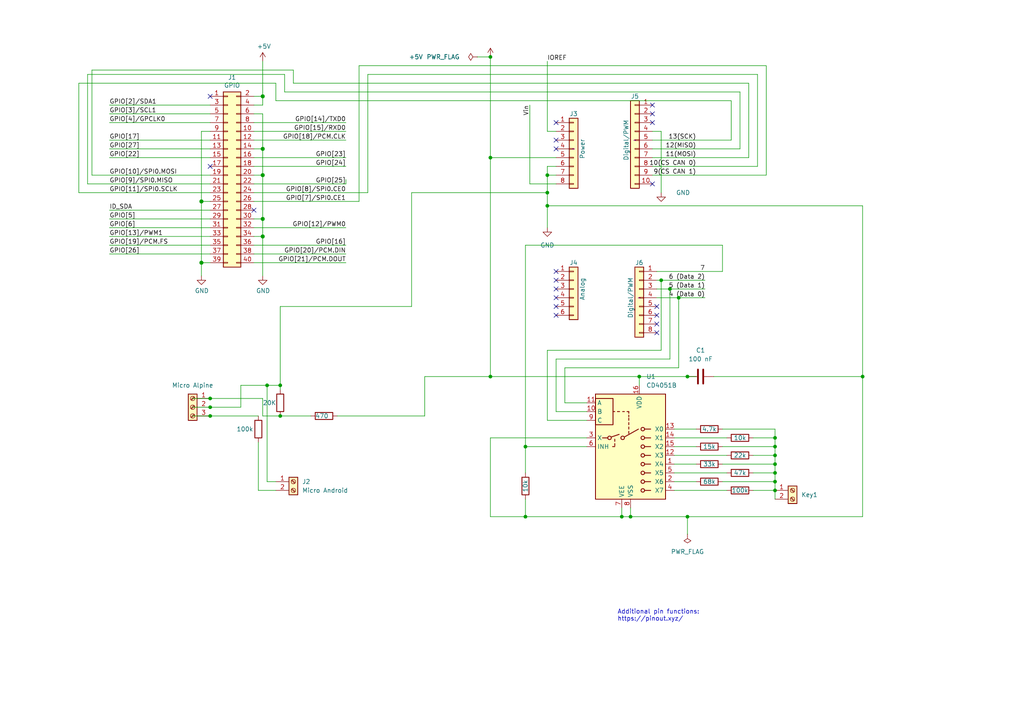
<source format=kicad_sch>
(kicad_sch (version 20211123) (generator eeschema)

  (uuid e63e39d7-6ac0-4ffd-8aa3-1841a4541b55)

  (paper "A4")

  (title_block
    (date "15 nov 2012")
  )

  (lib_symbols
    (symbol "Analog_Switch:CD4051B" (in_bom yes) (on_board yes)
      (property "Reference" "U" (id 0) (at -10.16 16.51 0)
        (effects (font (size 1.27 1.27)) (justify left))
      )
      (property "Value" "CD4051B" (id 1) (at 3.81 16.51 0)
        (effects (font (size 1.27 1.27)) (justify left))
      )
      (property "Footprint" "" (id 2) (at 3.81 -19.05 0)
        (effects (font (size 1.27 1.27)) (justify left) hide)
      )
      (property "Datasheet" "http://www.ti.com/lit/ds/symlink/cd4052b.pdf" (id 3) (at -0.508 2.54 0)
        (effects (font (size 1.27 1.27)) hide)
      )
      (property "ki_keywords" "analog switch selector multiplexer" (id 4) (at 0 0 0)
        (effects (font (size 1.27 1.27)) hide)
      )
      (property "ki_description" "CMOS single 8-channel analog multiplexer demultiplexer, TSSOP-16/DIP-16/SOIC-16" (id 5) (at 0 0 0)
        (effects (font (size 1.27 1.27)) hide)
      )
      (property "ki_fp_filters" "TSSOP*4.4x5mm*P0.65mm* DIP*W7.62* SOIC*3.9x9.9mm*P1.27mm* SO*5.3x10.2mm*P1.27mm*" (id 6) (at 0 0 0)
        (effects (font (size 1.27 1.27)) hide)
      )
      (symbol "CD4051B_0_1"
        (rectangle (start -10.16 6.35) (end -5.08 13.97)
          (stroke (width 0.254) (type default) (color 0 0 0 0))
          (fill (type none))
        )
        (rectangle (start -10.16 15.24) (end 10.16 -15.24)
          (stroke (width 0.254) (type default) (color 0 0 0 0))
          (fill (type background))
        )
        (circle (center -6.096 2.54) (radius 0.508)
          (stroke (width 0.254) (type default) (color 0 0 0 0))
          (fill (type none))
        )
        (circle (center -2.286 2.54) (radius 0.508)
          (stroke (width 0.254) (type default) (color 0 0 0 0))
          (fill (type none))
        )
        (polyline
          (pts
            (xy -8.128 2.54)
            (xy -6.604 2.54)
          )
          (stroke (width 0.254) (type default) (color 0 0 0 0))
          (fill (type none))
        )
        (polyline
          (pts
            (xy -5.588 2.794)
            (xy -3.302 3.556)
          )
          (stroke (width 0.254) (type default) (color 0 0 0 0))
          (fill (type none))
        )
        (polyline
          (pts
            (xy -4.572 0)
            (xy -5.207 0)
          )
          (stroke (width 0.254) (type default) (color 0 0 0 0))
          (fill (type none))
        )
        (polyline
          (pts
            (xy -4.572 0.254)
            (xy -4.572 0.889)
          )
          (stroke (width 0.254) (type default) (color 0 0 0 0))
          (fill (type none))
        )
        (polyline
          (pts
            (xy -4.572 1.524)
            (xy -4.572 2.159)
          )
          (stroke (width 0.254) (type default) (color 0 0 0 0))
          (fill (type none))
        )
        (polyline
          (pts
            (xy -4.572 10.16)
            (xy -5.08 10.16)
          )
          (stroke (width 0.254) (type default) (color 0 0 0 0))
          (fill (type none))
        )
        (polyline
          (pts
            (xy -3.81 10.16)
            (xy -3.175 10.16)
          )
          (stroke (width 0.254) (type default) (color 0 0 0 0))
          (fill (type none))
        )
        (polyline
          (pts
            (xy -1.778 2.794)
            (xy 2.286 5.08)
          )
          (stroke (width 0.254) (type default) (color 0 0 0 0))
          (fill (type none))
        )
        (polyline
          (pts
            (xy -1.778 10.16)
            (xy -2.286 10.16)
          )
          (stroke (width 0.254) (type default) (color 0 0 0 0))
          (fill (type none))
        )
        (polyline
          (pts
            (xy -0.508 3.81)
            (xy -0.508 4.445)
          )
          (stroke (width 0.254) (type default) (color 0 0 0 0))
          (fill (type none))
        )
        (polyline
          (pts
            (xy -0.508 5.08)
            (xy -0.508 5.715)
          )
          (stroke (width 0.254) (type default) (color 0 0 0 0))
          (fill (type none))
        )
        (polyline
          (pts
            (xy -0.508 6.35)
            (xy -0.508 6.985)
          )
          (stroke (width 0.254) (type default) (color 0 0 0 0))
          (fill (type none))
        )
        (polyline
          (pts
            (xy -0.508 7.62)
            (xy -0.508 8.255)
          )
          (stroke (width 0.254) (type default) (color 0 0 0 0))
          (fill (type none))
        )
        (polyline
          (pts
            (xy -0.508 8.636)
            (xy -0.508 9.144)
          )
          (stroke (width 0.254) (type default) (color 0 0 0 0))
          (fill (type none))
        )
        (polyline
          (pts
            (xy -0.508 9.652)
            (xy -0.508 10.16)
          )
          (stroke (width 0.254) (type default) (color 0 0 0 0))
          (fill (type none))
        )
        (polyline
          (pts
            (xy -0.508 10.16)
            (xy -1.016 10.16)
          )
          (stroke (width 0.254) (type default) (color 0 0 0 0))
          (fill (type none))
        )
        (polyline
          (pts
            (xy 4.064 -12.7)
            (xy 5.842 -12.7)
          )
          (stroke (width 0.254) (type default) (color 0 0 0 0))
          (fill (type none))
        )
        (polyline
          (pts
            (xy 4.064 -10.16)
            (xy 5.842 -10.16)
          )
          (stroke (width 0.254) (type default) (color 0 0 0 0))
          (fill (type none))
        )
        (polyline
          (pts
            (xy 4.064 -7.62)
            (xy 5.842 -7.62)
          )
          (stroke (width 0.254) (type default) (color 0 0 0 0))
          (fill (type none))
        )
        (polyline
          (pts
            (xy 4.064 -5.08)
            (xy 5.842 -5.08)
          )
          (stroke (width 0.254) (type default) (color 0 0 0 0))
          (fill (type none))
        )
        (polyline
          (pts
            (xy 4.064 -2.54)
            (xy 5.842 -2.54)
          )
          (stroke (width 0.254) (type default) (color 0 0 0 0))
          (fill (type none))
        )
        (polyline
          (pts
            (xy 4.064 0)
            (xy 5.842 0)
          )
          (stroke (width 0.254) (type default) (color 0 0 0 0))
          (fill (type none))
        )
        (polyline
          (pts
            (xy 4.064 2.54)
            (xy 5.842 2.54)
          )
          (stroke (width 0.254) (type default) (color 0 0 0 0))
          (fill (type none))
        )
        (polyline
          (pts
            (xy 4.064 5.08)
            (xy 5.842 5.08)
          )
          (stroke (width 0.254) (type default) (color 0 0 0 0))
          (fill (type none))
        )
        (circle (center 3.556 -12.7) (radius 0.508)
          (stroke (width 0.254) (type default) (color 0 0 0 0))
          (fill (type none))
        )
        (circle (center 3.556 -10.16) (radius 0.508)
          (stroke (width 0.254) (type default) (color 0 0 0 0))
          (fill (type none))
        )
        (circle (center 3.556 -7.62) (radius 0.508)
          (stroke (width 0.254) (type default) (color 0 0 0 0))
          (fill (type none))
        )
        (circle (center 3.556 -5.08) (radius 0.508)
          (stroke (width 0.254) (type default) (color 0 0 0 0))
          (fill (type none))
        )
        (circle (center 3.556 -2.54) (radius 0.508)
          (stroke (width 0.254) (type default) (color 0 0 0 0))
          (fill (type none))
        )
        (circle (center 3.556 0) (radius 0.508)
          (stroke (width 0.254) (type default) (color 0 0 0 0))
          (fill (type none))
        )
        (circle (center 3.556 2.54) (radius 0.508)
          (stroke (width 0.254) (type default) (color 0 0 0 0))
          (fill (type none))
        )
        (circle (center 3.556 5.08) (radius 0.508)
          (stroke (width 0.254) (type default) (color 0 0 0 0))
          (fill (type none))
        )
      )
      (symbol "CD4051B_1_1"
        (pin bidirectional line (at 12.7 -5.08 180) (length 2.54)
          (name "X4" (effects (font (size 1.27 1.27))))
          (number "1" (effects (font (size 1.27 1.27))))
        )
        (pin input line (at -12.7 10.16 0) (length 2.54)
          (name "B" (effects (font (size 1.27 1.27))))
          (number "10" (effects (font (size 1.27 1.27))))
        )
        (pin input line (at -12.7 12.7 0) (length 2.54)
          (name "A" (effects (font (size 1.27 1.27))))
          (number "11" (effects (font (size 1.27 1.27))))
        )
        (pin bidirectional line (at 12.7 -2.54 180) (length 2.54)
          (name "X3" (effects (font (size 1.27 1.27))))
          (number "12" (effects (font (size 1.27 1.27))))
        )
        (pin bidirectional line (at 12.7 5.08 180) (length 2.54)
          (name "X0" (effects (font (size 1.27 1.27))))
          (number "13" (effects (font (size 1.27 1.27))))
        )
        (pin bidirectional line (at 12.7 2.54 180) (length 2.54)
          (name "X1" (effects (font (size 1.27 1.27))))
          (number "14" (effects (font (size 1.27 1.27))))
        )
        (pin bidirectional line (at 12.7 0 180) (length 2.54)
          (name "X2" (effects (font (size 1.27 1.27))))
          (number "15" (effects (font (size 1.27 1.27))))
        )
        (pin power_in line (at 2.54 17.78 270) (length 2.54)
          (name "VDD" (effects (font (size 1.27 1.27))))
          (number "16" (effects (font (size 1.27 1.27))))
        )
        (pin bidirectional line (at 12.7 -10.16 180) (length 2.54)
          (name "X6" (effects (font (size 1.27 1.27))))
          (number "2" (effects (font (size 1.27 1.27))))
        )
        (pin bidirectional line (at -12.7 2.54 0) (length 2.54)
          (name "X" (effects (font (size 1.27 1.27))))
          (number "3" (effects (font (size 1.27 1.27))))
        )
        (pin bidirectional line (at 12.7 -12.7 180) (length 2.54)
          (name "X7" (effects (font (size 1.27 1.27))))
          (number "4" (effects (font (size 1.27 1.27))))
        )
        (pin bidirectional line (at 12.7 -7.62 180) (length 2.54)
          (name "X5" (effects (font (size 1.27 1.27))))
          (number "5" (effects (font (size 1.27 1.27))))
        )
        (pin input line (at -12.7 0 0) (length 2.54)
          (name "INH" (effects (font (size 1.27 1.27))))
          (number "6" (effects (font (size 1.27 1.27))))
        )
        (pin power_in line (at -2.54 -17.78 90) (length 2.54)
          (name "VEE" (effects (font (size 1.27 1.27))))
          (number "7" (effects (font (size 1.27 1.27))))
        )
        (pin power_in line (at 0 -17.78 90) (length 2.54)
          (name "VSS" (effects (font (size 1.27 1.27))))
          (number "8" (effects (font (size 1.27 1.27))))
        )
        (pin input line (at -12.7 7.62 0) (length 2.54)
          (name "C" (effects (font (size 1.27 1.27))))
          (number "9" (effects (font (size 1.27 1.27))))
        )
      )
    )
    (symbol "Connector:Screw_Terminal_01x02" (pin_names (offset 1.016) hide) (in_bom yes) (on_board yes)
      (property "Reference" "J" (id 0) (at 0 2.54 0)
        (effects (font (size 1.27 1.27)))
      )
      (property "Value" "Screw_Terminal_01x02" (id 1) (at 0 -5.08 0)
        (effects (font (size 1.27 1.27)))
      )
      (property "Footprint" "" (id 2) (at 0 0 0)
        (effects (font (size 1.27 1.27)) hide)
      )
      (property "Datasheet" "~" (id 3) (at 0 0 0)
        (effects (font (size 1.27 1.27)) hide)
      )
      (property "ki_keywords" "screw terminal" (id 4) (at 0 0 0)
        (effects (font (size 1.27 1.27)) hide)
      )
      (property "ki_description" "Generic screw terminal, single row, 01x02, script generated (kicad-library-utils/schlib/autogen/connector/)" (id 5) (at 0 0 0)
        (effects (font (size 1.27 1.27)) hide)
      )
      (property "ki_fp_filters" "TerminalBlock*:*" (id 6) (at 0 0 0)
        (effects (font (size 1.27 1.27)) hide)
      )
      (symbol "Screw_Terminal_01x02_1_1"
        (rectangle (start -1.27 1.27) (end 1.27 -3.81)
          (stroke (width 0.254) (type default) (color 0 0 0 0))
          (fill (type background))
        )
        (circle (center 0 -2.54) (radius 0.635)
          (stroke (width 0.1524) (type default) (color 0 0 0 0))
          (fill (type none))
        )
        (polyline
          (pts
            (xy -0.5334 -2.2098)
            (xy 0.3302 -3.048)
          )
          (stroke (width 0.1524) (type default) (color 0 0 0 0))
          (fill (type none))
        )
        (polyline
          (pts
            (xy -0.5334 0.3302)
            (xy 0.3302 -0.508)
          )
          (stroke (width 0.1524) (type default) (color 0 0 0 0))
          (fill (type none))
        )
        (polyline
          (pts
            (xy -0.3556 -2.032)
            (xy 0.508 -2.8702)
          )
          (stroke (width 0.1524) (type default) (color 0 0 0 0))
          (fill (type none))
        )
        (polyline
          (pts
            (xy -0.3556 0.508)
            (xy 0.508 -0.3302)
          )
          (stroke (width 0.1524) (type default) (color 0 0 0 0))
          (fill (type none))
        )
        (circle (center 0 0) (radius 0.635)
          (stroke (width 0.1524) (type default) (color 0 0 0 0))
          (fill (type none))
        )
        (pin passive line (at -5.08 0 0) (length 3.81)
          (name "Pin_1" (effects (font (size 1.27 1.27))))
          (number "1" (effects (font (size 1.27 1.27))))
        )
        (pin passive line (at -5.08 -2.54 0) (length 3.81)
          (name "Pin_2" (effects (font (size 1.27 1.27))))
          (number "2" (effects (font (size 1.27 1.27))))
        )
      )
    )
    (symbol "Connector:Screw_Terminal_01x03" (pin_names (offset 1.016) hide) (in_bom yes) (on_board yes)
      (property "Reference" "J" (id 0) (at 0 5.08 0)
        (effects (font (size 1.27 1.27)))
      )
      (property "Value" "Screw_Terminal_01x03" (id 1) (at 0 -5.08 0)
        (effects (font (size 1.27 1.27)))
      )
      (property "Footprint" "" (id 2) (at 0 0 0)
        (effects (font (size 1.27 1.27)) hide)
      )
      (property "Datasheet" "~" (id 3) (at 0 0 0)
        (effects (font (size 1.27 1.27)) hide)
      )
      (property "ki_keywords" "screw terminal" (id 4) (at 0 0 0)
        (effects (font (size 1.27 1.27)) hide)
      )
      (property "ki_description" "Generic screw terminal, single row, 01x03, script generated (kicad-library-utils/schlib/autogen/connector/)" (id 5) (at 0 0 0)
        (effects (font (size 1.27 1.27)) hide)
      )
      (property "ki_fp_filters" "TerminalBlock*:*" (id 6) (at 0 0 0)
        (effects (font (size 1.27 1.27)) hide)
      )
      (symbol "Screw_Terminal_01x03_1_1"
        (rectangle (start -1.27 3.81) (end 1.27 -3.81)
          (stroke (width 0.254) (type default) (color 0 0 0 0))
          (fill (type background))
        )
        (circle (center 0 -2.54) (radius 0.635)
          (stroke (width 0.1524) (type default) (color 0 0 0 0))
          (fill (type none))
        )
        (polyline
          (pts
            (xy -0.5334 -2.2098)
            (xy 0.3302 -3.048)
          )
          (stroke (width 0.1524) (type default) (color 0 0 0 0))
          (fill (type none))
        )
        (polyline
          (pts
            (xy -0.5334 0.3302)
            (xy 0.3302 -0.508)
          )
          (stroke (width 0.1524) (type default) (color 0 0 0 0))
          (fill (type none))
        )
        (polyline
          (pts
            (xy -0.5334 2.8702)
            (xy 0.3302 2.032)
          )
          (stroke (width 0.1524) (type default) (color 0 0 0 0))
          (fill (type none))
        )
        (polyline
          (pts
            (xy -0.3556 -2.032)
            (xy 0.508 -2.8702)
          )
          (stroke (width 0.1524) (type default) (color 0 0 0 0))
          (fill (type none))
        )
        (polyline
          (pts
            (xy -0.3556 0.508)
            (xy 0.508 -0.3302)
          )
          (stroke (width 0.1524) (type default) (color 0 0 0 0))
          (fill (type none))
        )
        (polyline
          (pts
            (xy -0.3556 3.048)
            (xy 0.508 2.2098)
          )
          (stroke (width 0.1524) (type default) (color 0 0 0 0))
          (fill (type none))
        )
        (circle (center 0 0) (radius 0.635)
          (stroke (width 0.1524) (type default) (color 0 0 0 0))
          (fill (type none))
        )
        (circle (center 0 2.54) (radius 0.635)
          (stroke (width 0.1524) (type default) (color 0 0 0 0))
          (fill (type none))
        )
        (pin passive line (at -5.08 2.54 0) (length 3.81)
          (name "Pin_1" (effects (font (size 1.27 1.27))))
          (number "1" (effects (font (size 1.27 1.27))))
        )
        (pin passive line (at -5.08 0 0) (length 3.81)
          (name "Pin_2" (effects (font (size 1.27 1.27))))
          (number "2" (effects (font (size 1.27 1.27))))
        )
        (pin passive line (at -5.08 -2.54 0) (length 3.81)
          (name "Pin_3" (effects (font (size 1.27 1.27))))
          (number "3" (effects (font (size 1.27 1.27))))
        )
      )
    )
    (symbol "Connector_Generic:Conn_01x06" (pin_names (offset 1.016) hide) (in_bom yes) (on_board yes)
      (property "Reference" "J" (id 0) (at 0 7.62 0)
        (effects (font (size 1.27 1.27)))
      )
      (property "Value" "Conn_01x06" (id 1) (at 0 -10.16 0)
        (effects (font (size 1.27 1.27)))
      )
      (property "Footprint" "" (id 2) (at 0 0 0)
        (effects (font (size 1.27 1.27)) hide)
      )
      (property "Datasheet" "~" (id 3) (at 0 0 0)
        (effects (font (size 1.27 1.27)) hide)
      )
      (property "ki_keywords" "connector" (id 4) (at 0 0 0)
        (effects (font (size 1.27 1.27)) hide)
      )
      (property "ki_description" "Generic connector, single row, 01x06, script generated (kicad-library-utils/schlib/autogen/connector/)" (id 5) (at 0 0 0)
        (effects (font (size 1.27 1.27)) hide)
      )
      (property "ki_fp_filters" "Connector*:*_1x??_*" (id 6) (at 0 0 0)
        (effects (font (size 1.27 1.27)) hide)
      )
      (symbol "Conn_01x06_1_1"
        (rectangle (start -1.27 -7.493) (end 0 -7.747)
          (stroke (width 0.1524) (type default) (color 0 0 0 0))
          (fill (type none))
        )
        (rectangle (start -1.27 -4.953) (end 0 -5.207)
          (stroke (width 0.1524) (type default) (color 0 0 0 0))
          (fill (type none))
        )
        (rectangle (start -1.27 -2.413) (end 0 -2.667)
          (stroke (width 0.1524) (type default) (color 0 0 0 0))
          (fill (type none))
        )
        (rectangle (start -1.27 0.127) (end 0 -0.127)
          (stroke (width 0.1524) (type default) (color 0 0 0 0))
          (fill (type none))
        )
        (rectangle (start -1.27 2.667) (end 0 2.413)
          (stroke (width 0.1524) (type default) (color 0 0 0 0))
          (fill (type none))
        )
        (rectangle (start -1.27 5.207) (end 0 4.953)
          (stroke (width 0.1524) (type default) (color 0 0 0 0))
          (fill (type none))
        )
        (rectangle (start -1.27 6.35) (end 1.27 -8.89)
          (stroke (width 0.254) (type default) (color 0 0 0 0))
          (fill (type background))
        )
        (pin passive line (at -5.08 5.08 0) (length 3.81)
          (name "Pin_1" (effects (font (size 1.27 1.27))))
          (number "1" (effects (font (size 1.27 1.27))))
        )
        (pin passive line (at -5.08 2.54 0) (length 3.81)
          (name "Pin_2" (effects (font (size 1.27 1.27))))
          (number "2" (effects (font (size 1.27 1.27))))
        )
        (pin passive line (at -5.08 0 0) (length 3.81)
          (name "Pin_3" (effects (font (size 1.27 1.27))))
          (number "3" (effects (font (size 1.27 1.27))))
        )
        (pin passive line (at -5.08 -2.54 0) (length 3.81)
          (name "Pin_4" (effects (font (size 1.27 1.27))))
          (number "4" (effects (font (size 1.27 1.27))))
        )
        (pin passive line (at -5.08 -5.08 0) (length 3.81)
          (name "Pin_5" (effects (font (size 1.27 1.27))))
          (number "5" (effects (font (size 1.27 1.27))))
        )
        (pin passive line (at -5.08 -7.62 0) (length 3.81)
          (name "Pin_6" (effects (font (size 1.27 1.27))))
          (number "6" (effects (font (size 1.27 1.27))))
        )
      )
    )
    (symbol "Connector_Generic:Conn_01x08" (pin_names (offset 1.016) hide) (in_bom yes) (on_board yes)
      (property "Reference" "J" (id 0) (at 0 10.16 0)
        (effects (font (size 1.27 1.27)))
      )
      (property "Value" "Conn_01x08" (id 1) (at 0 -12.7 0)
        (effects (font (size 1.27 1.27)))
      )
      (property "Footprint" "" (id 2) (at 0 0 0)
        (effects (font (size 1.27 1.27)) hide)
      )
      (property "Datasheet" "~" (id 3) (at 0 0 0)
        (effects (font (size 1.27 1.27)) hide)
      )
      (property "ki_keywords" "connector" (id 4) (at 0 0 0)
        (effects (font (size 1.27 1.27)) hide)
      )
      (property "ki_description" "Generic connector, single row, 01x08, script generated (kicad-library-utils/schlib/autogen/connector/)" (id 5) (at 0 0 0)
        (effects (font (size 1.27 1.27)) hide)
      )
      (property "ki_fp_filters" "Connector*:*_1x??_*" (id 6) (at 0 0 0)
        (effects (font (size 1.27 1.27)) hide)
      )
      (symbol "Conn_01x08_1_1"
        (rectangle (start -1.27 -10.033) (end 0 -10.287)
          (stroke (width 0.1524) (type default) (color 0 0 0 0))
          (fill (type none))
        )
        (rectangle (start -1.27 -7.493) (end 0 -7.747)
          (stroke (width 0.1524) (type default) (color 0 0 0 0))
          (fill (type none))
        )
        (rectangle (start -1.27 -4.953) (end 0 -5.207)
          (stroke (width 0.1524) (type default) (color 0 0 0 0))
          (fill (type none))
        )
        (rectangle (start -1.27 -2.413) (end 0 -2.667)
          (stroke (width 0.1524) (type default) (color 0 0 0 0))
          (fill (type none))
        )
        (rectangle (start -1.27 0.127) (end 0 -0.127)
          (stroke (width 0.1524) (type default) (color 0 0 0 0))
          (fill (type none))
        )
        (rectangle (start -1.27 2.667) (end 0 2.413)
          (stroke (width 0.1524) (type default) (color 0 0 0 0))
          (fill (type none))
        )
        (rectangle (start -1.27 5.207) (end 0 4.953)
          (stroke (width 0.1524) (type default) (color 0 0 0 0))
          (fill (type none))
        )
        (rectangle (start -1.27 7.747) (end 0 7.493)
          (stroke (width 0.1524) (type default) (color 0 0 0 0))
          (fill (type none))
        )
        (rectangle (start -1.27 8.89) (end 1.27 -11.43)
          (stroke (width 0.254) (type default) (color 0 0 0 0))
          (fill (type background))
        )
        (pin passive line (at -5.08 7.62 0) (length 3.81)
          (name "Pin_1" (effects (font (size 1.27 1.27))))
          (number "1" (effects (font (size 1.27 1.27))))
        )
        (pin passive line (at -5.08 5.08 0) (length 3.81)
          (name "Pin_2" (effects (font (size 1.27 1.27))))
          (number "2" (effects (font (size 1.27 1.27))))
        )
        (pin passive line (at -5.08 2.54 0) (length 3.81)
          (name "Pin_3" (effects (font (size 1.27 1.27))))
          (number "3" (effects (font (size 1.27 1.27))))
        )
        (pin passive line (at -5.08 0 0) (length 3.81)
          (name "Pin_4" (effects (font (size 1.27 1.27))))
          (number "4" (effects (font (size 1.27 1.27))))
        )
        (pin passive line (at -5.08 -2.54 0) (length 3.81)
          (name "Pin_5" (effects (font (size 1.27 1.27))))
          (number "5" (effects (font (size 1.27 1.27))))
        )
        (pin passive line (at -5.08 -5.08 0) (length 3.81)
          (name "Pin_6" (effects (font (size 1.27 1.27))))
          (number "6" (effects (font (size 1.27 1.27))))
        )
        (pin passive line (at -5.08 -7.62 0) (length 3.81)
          (name "Pin_7" (effects (font (size 1.27 1.27))))
          (number "7" (effects (font (size 1.27 1.27))))
        )
        (pin passive line (at -5.08 -10.16 0) (length 3.81)
          (name "Pin_8" (effects (font (size 1.27 1.27))))
          (number "8" (effects (font (size 1.27 1.27))))
        )
      )
    )
    (symbol "Connector_Generic:Conn_01x10" (pin_names (offset 1.016) hide) (in_bom yes) (on_board yes)
      (property "Reference" "J" (id 0) (at 0 12.7 0)
        (effects (font (size 1.27 1.27)))
      )
      (property "Value" "Conn_01x10" (id 1) (at 0 -15.24 0)
        (effects (font (size 1.27 1.27)))
      )
      (property "Footprint" "" (id 2) (at 0 0 0)
        (effects (font (size 1.27 1.27)) hide)
      )
      (property "Datasheet" "~" (id 3) (at 0 0 0)
        (effects (font (size 1.27 1.27)) hide)
      )
      (property "ki_keywords" "connector" (id 4) (at 0 0 0)
        (effects (font (size 1.27 1.27)) hide)
      )
      (property "ki_description" "Generic connector, single row, 01x10, script generated (kicad-library-utils/schlib/autogen/connector/)" (id 5) (at 0 0 0)
        (effects (font (size 1.27 1.27)) hide)
      )
      (property "ki_fp_filters" "Connector*:*_1x??_*" (id 6) (at 0 0 0)
        (effects (font (size 1.27 1.27)) hide)
      )
      (symbol "Conn_01x10_1_1"
        (rectangle (start -1.27 -12.573) (end 0 -12.827)
          (stroke (width 0.1524) (type default) (color 0 0 0 0))
          (fill (type none))
        )
        (rectangle (start -1.27 -10.033) (end 0 -10.287)
          (stroke (width 0.1524) (type default) (color 0 0 0 0))
          (fill (type none))
        )
        (rectangle (start -1.27 -7.493) (end 0 -7.747)
          (stroke (width 0.1524) (type default) (color 0 0 0 0))
          (fill (type none))
        )
        (rectangle (start -1.27 -4.953) (end 0 -5.207)
          (stroke (width 0.1524) (type default) (color 0 0 0 0))
          (fill (type none))
        )
        (rectangle (start -1.27 -2.413) (end 0 -2.667)
          (stroke (width 0.1524) (type default) (color 0 0 0 0))
          (fill (type none))
        )
        (rectangle (start -1.27 0.127) (end 0 -0.127)
          (stroke (width 0.1524) (type default) (color 0 0 0 0))
          (fill (type none))
        )
        (rectangle (start -1.27 2.667) (end 0 2.413)
          (stroke (width 0.1524) (type default) (color 0 0 0 0))
          (fill (type none))
        )
        (rectangle (start -1.27 5.207) (end 0 4.953)
          (stroke (width 0.1524) (type default) (color 0 0 0 0))
          (fill (type none))
        )
        (rectangle (start -1.27 7.747) (end 0 7.493)
          (stroke (width 0.1524) (type default) (color 0 0 0 0))
          (fill (type none))
        )
        (rectangle (start -1.27 10.287) (end 0 10.033)
          (stroke (width 0.1524) (type default) (color 0 0 0 0))
          (fill (type none))
        )
        (rectangle (start -1.27 11.43) (end 1.27 -13.97)
          (stroke (width 0.254) (type default) (color 0 0 0 0))
          (fill (type background))
        )
        (pin passive line (at -5.08 10.16 0) (length 3.81)
          (name "Pin_1" (effects (font (size 1.27 1.27))))
          (number "1" (effects (font (size 1.27 1.27))))
        )
        (pin passive line (at -5.08 -12.7 0) (length 3.81)
          (name "Pin_10" (effects (font (size 1.27 1.27))))
          (number "10" (effects (font (size 1.27 1.27))))
        )
        (pin passive line (at -5.08 7.62 0) (length 3.81)
          (name "Pin_2" (effects (font (size 1.27 1.27))))
          (number "2" (effects (font (size 1.27 1.27))))
        )
        (pin passive line (at -5.08 5.08 0) (length 3.81)
          (name "Pin_3" (effects (font (size 1.27 1.27))))
          (number "3" (effects (font (size 1.27 1.27))))
        )
        (pin passive line (at -5.08 2.54 0) (length 3.81)
          (name "Pin_4" (effects (font (size 1.27 1.27))))
          (number "4" (effects (font (size 1.27 1.27))))
        )
        (pin passive line (at -5.08 0 0) (length 3.81)
          (name "Pin_5" (effects (font (size 1.27 1.27))))
          (number "5" (effects (font (size 1.27 1.27))))
        )
        (pin passive line (at -5.08 -2.54 0) (length 3.81)
          (name "Pin_6" (effects (font (size 1.27 1.27))))
          (number "6" (effects (font (size 1.27 1.27))))
        )
        (pin passive line (at -5.08 -5.08 0) (length 3.81)
          (name "Pin_7" (effects (font (size 1.27 1.27))))
          (number "7" (effects (font (size 1.27 1.27))))
        )
        (pin passive line (at -5.08 -7.62 0) (length 3.81)
          (name "Pin_8" (effects (font (size 1.27 1.27))))
          (number "8" (effects (font (size 1.27 1.27))))
        )
        (pin passive line (at -5.08 -10.16 0) (length 3.81)
          (name "Pin_9" (effects (font (size 1.27 1.27))))
          (number "9" (effects (font (size 1.27 1.27))))
        )
      )
    )
    (symbol "Connector_Generic:Conn_02x20_Odd_Even" (pin_names (offset 1.016) hide) (in_bom yes) (on_board yes)
      (property "Reference" "J" (id 0) (at 1.27 25.4 0)
        (effects (font (size 1.27 1.27)))
      )
      (property "Value" "Conn_02x20_Odd_Even" (id 1) (at 1.27 -27.94 0)
        (effects (font (size 1.27 1.27)))
      )
      (property "Footprint" "" (id 2) (at 0 0 0)
        (effects (font (size 1.27 1.27)) hide)
      )
      (property "Datasheet" "~" (id 3) (at 0 0 0)
        (effects (font (size 1.27 1.27)) hide)
      )
      (property "ki_keywords" "connector" (id 4) (at 0 0 0)
        (effects (font (size 1.27 1.27)) hide)
      )
      (property "ki_description" "Generic connector, double row, 02x20, odd/even pin numbering scheme (row 1 odd numbers, row 2 even numbers), script generated (kicad-library-utils/schlib/autogen/connector/)" (id 5) (at 0 0 0)
        (effects (font (size 1.27 1.27)) hide)
      )
      (property "ki_fp_filters" "Connector*:*_2x??_*" (id 6) (at 0 0 0)
        (effects (font (size 1.27 1.27)) hide)
      )
      (symbol "Conn_02x20_Odd_Even_1_1"
        (rectangle (start -1.27 -25.273) (end 0 -25.527)
          (stroke (width 0.1524) (type default) (color 0 0 0 0))
          (fill (type none))
        )
        (rectangle (start -1.27 -22.733) (end 0 -22.987)
          (stroke (width 0.1524) (type default) (color 0 0 0 0))
          (fill (type none))
        )
        (rectangle (start -1.27 -20.193) (end 0 -20.447)
          (stroke (width 0.1524) (type default) (color 0 0 0 0))
          (fill (type none))
        )
        (rectangle (start -1.27 -17.653) (end 0 -17.907)
          (stroke (width 0.1524) (type default) (color 0 0 0 0))
          (fill (type none))
        )
        (rectangle (start -1.27 -15.113) (end 0 -15.367)
          (stroke (width 0.1524) (type default) (color 0 0 0 0))
          (fill (type none))
        )
        (rectangle (start -1.27 -12.573) (end 0 -12.827)
          (stroke (width 0.1524) (type default) (color 0 0 0 0))
          (fill (type none))
        )
        (rectangle (start -1.27 -10.033) (end 0 -10.287)
          (stroke (width 0.1524) (type default) (color 0 0 0 0))
          (fill (type none))
        )
        (rectangle (start -1.27 -7.493) (end 0 -7.747)
          (stroke (width 0.1524) (type default) (color 0 0 0 0))
          (fill (type none))
        )
        (rectangle (start -1.27 -4.953) (end 0 -5.207)
          (stroke (width 0.1524) (type default) (color 0 0 0 0))
          (fill (type none))
        )
        (rectangle (start -1.27 -2.413) (end 0 -2.667)
          (stroke (width 0.1524) (type default) (color 0 0 0 0))
          (fill (type none))
        )
        (rectangle (start -1.27 0.127) (end 0 -0.127)
          (stroke (width 0.1524) (type default) (color 0 0 0 0))
          (fill (type none))
        )
        (rectangle (start -1.27 2.667) (end 0 2.413)
          (stroke (width 0.1524) (type default) (color 0 0 0 0))
          (fill (type none))
        )
        (rectangle (start -1.27 5.207) (end 0 4.953)
          (stroke (width 0.1524) (type default) (color 0 0 0 0))
          (fill (type none))
        )
        (rectangle (start -1.27 7.747) (end 0 7.493)
          (stroke (width 0.1524) (type default) (color 0 0 0 0))
          (fill (type none))
        )
        (rectangle (start -1.27 10.287) (end 0 10.033)
          (stroke (width 0.1524) (type default) (color 0 0 0 0))
          (fill (type none))
        )
        (rectangle (start -1.27 12.827) (end 0 12.573)
          (stroke (width 0.1524) (type default) (color 0 0 0 0))
          (fill (type none))
        )
        (rectangle (start -1.27 15.367) (end 0 15.113)
          (stroke (width 0.1524) (type default) (color 0 0 0 0))
          (fill (type none))
        )
        (rectangle (start -1.27 17.907) (end 0 17.653)
          (stroke (width 0.1524) (type default) (color 0 0 0 0))
          (fill (type none))
        )
        (rectangle (start -1.27 20.447) (end 0 20.193)
          (stroke (width 0.1524) (type default) (color 0 0 0 0))
          (fill (type none))
        )
        (rectangle (start -1.27 22.987) (end 0 22.733)
          (stroke (width 0.1524) (type default) (color 0 0 0 0))
          (fill (type none))
        )
        (rectangle (start -1.27 24.13) (end 3.81 -26.67)
          (stroke (width 0.254) (type default) (color 0 0 0 0))
          (fill (type background))
        )
        (rectangle (start 3.81 -25.273) (end 2.54 -25.527)
          (stroke (width 0.1524) (type default) (color 0 0 0 0))
          (fill (type none))
        )
        (rectangle (start 3.81 -22.733) (end 2.54 -22.987)
          (stroke (width 0.1524) (type default) (color 0 0 0 0))
          (fill (type none))
        )
        (rectangle (start 3.81 -20.193) (end 2.54 -20.447)
          (stroke (width 0.1524) (type default) (color 0 0 0 0))
          (fill (type none))
        )
        (rectangle (start 3.81 -17.653) (end 2.54 -17.907)
          (stroke (width 0.1524) (type default) (color 0 0 0 0))
          (fill (type none))
        )
        (rectangle (start 3.81 -15.113) (end 2.54 -15.367)
          (stroke (width 0.1524) (type default) (color 0 0 0 0))
          (fill (type none))
        )
        (rectangle (start 3.81 -12.573) (end 2.54 -12.827)
          (stroke (width 0.1524) (type default) (color 0 0 0 0))
          (fill (type none))
        )
        (rectangle (start 3.81 -10.033) (end 2.54 -10.287)
          (stroke (width 0.1524) (type default) (color 0 0 0 0))
          (fill (type none))
        )
        (rectangle (start 3.81 -7.493) (end 2.54 -7.747)
          (stroke (width 0.1524) (type default) (color 0 0 0 0))
          (fill (type none))
        )
        (rectangle (start 3.81 -4.953) (end 2.54 -5.207)
          (stroke (width 0.1524) (type default) (color 0 0 0 0))
          (fill (type none))
        )
        (rectangle (start 3.81 -2.413) (end 2.54 -2.667)
          (stroke (width 0.1524) (type default) (color 0 0 0 0))
          (fill (type none))
        )
        (rectangle (start 3.81 0.127) (end 2.54 -0.127)
          (stroke (width 0.1524) (type default) (color 0 0 0 0))
          (fill (type none))
        )
        (rectangle (start 3.81 2.667) (end 2.54 2.413)
          (stroke (width 0.1524) (type default) (color 0 0 0 0))
          (fill (type none))
        )
        (rectangle (start 3.81 5.207) (end 2.54 4.953)
          (stroke (width 0.1524) (type default) (color 0 0 0 0))
          (fill (type none))
        )
        (rectangle (start 3.81 7.747) (end 2.54 7.493)
          (stroke (width 0.1524) (type default) (color 0 0 0 0))
          (fill (type none))
        )
        (rectangle (start 3.81 10.287) (end 2.54 10.033)
          (stroke (width 0.1524) (type default) (color 0 0 0 0))
          (fill (type none))
        )
        (rectangle (start 3.81 12.827) (end 2.54 12.573)
          (stroke (width 0.1524) (type default) (color 0 0 0 0))
          (fill (type none))
        )
        (rectangle (start 3.81 15.367) (end 2.54 15.113)
          (stroke (width 0.1524) (type default) (color 0 0 0 0))
          (fill (type none))
        )
        (rectangle (start 3.81 17.907) (end 2.54 17.653)
          (stroke (width 0.1524) (type default) (color 0 0 0 0))
          (fill (type none))
        )
        (rectangle (start 3.81 20.447) (end 2.54 20.193)
          (stroke (width 0.1524) (type default) (color 0 0 0 0))
          (fill (type none))
        )
        (rectangle (start 3.81 22.987) (end 2.54 22.733)
          (stroke (width 0.1524) (type default) (color 0 0 0 0))
          (fill (type none))
        )
        (pin passive line (at -5.08 22.86 0) (length 3.81)
          (name "Pin_1" (effects (font (size 1.27 1.27))))
          (number "1" (effects (font (size 1.27 1.27))))
        )
        (pin passive line (at 7.62 12.7 180) (length 3.81)
          (name "Pin_10" (effects (font (size 1.27 1.27))))
          (number "10" (effects (font (size 1.27 1.27))))
        )
        (pin passive line (at -5.08 10.16 0) (length 3.81)
          (name "Pin_11" (effects (font (size 1.27 1.27))))
          (number "11" (effects (font (size 1.27 1.27))))
        )
        (pin passive line (at 7.62 10.16 180) (length 3.81)
          (name "Pin_12" (effects (font (size 1.27 1.27))))
          (number "12" (effects (font (size 1.27 1.27))))
        )
        (pin passive line (at -5.08 7.62 0) (length 3.81)
          (name "Pin_13" (effects (font (size 1.27 1.27))))
          (number "13" (effects (font (size 1.27 1.27))))
        )
        (pin passive line (at 7.62 7.62 180) (length 3.81)
          (name "Pin_14" (effects (font (size 1.27 1.27))))
          (number "14" (effects (font (size 1.27 1.27))))
        )
        (pin passive line (at -5.08 5.08 0) (length 3.81)
          (name "Pin_15" (effects (font (size 1.27 1.27))))
          (number "15" (effects (font (size 1.27 1.27))))
        )
        (pin passive line (at 7.62 5.08 180) (length 3.81)
          (name "Pin_16" (effects (font (size 1.27 1.27))))
          (number "16" (effects (font (size 1.27 1.27))))
        )
        (pin passive line (at -5.08 2.54 0) (length 3.81)
          (name "Pin_17" (effects (font (size 1.27 1.27))))
          (number "17" (effects (font (size 1.27 1.27))))
        )
        (pin passive line (at 7.62 2.54 180) (length 3.81)
          (name "Pin_18" (effects (font (size 1.27 1.27))))
          (number "18" (effects (font (size 1.27 1.27))))
        )
        (pin passive line (at -5.08 0 0) (length 3.81)
          (name "Pin_19" (effects (font (size 1.27 1.27))))
          (number "19" (effects (font (size 1.27 1.27))))
        )
        (pin passive line (at 7.62 22.86 180) (length 3.81)
          (name "Pin_2" (effects (font (size 1.27 1.27))))
          (number "2" (effects (font (size 1.27 1.27))))
        )
        (pin passive line (at 7.62 0 180) (length 3.81)
          (name "Pin_20" (effects (font (size 1.27 1.27))))
          (number "20" (effects (font (size 1.27 1.27))))
        )
        (pin passive line (at -5.08 -2.54 0) (length 3.81)
          (name "Pin_21" (effects (font (size 1.27 1.27))))
          (number "21" (effects (font (size 1.27 1.27))))
        )
        (pin passive line (at 7.62 -2.54 180) (length 3.81)
          (name "Pin_22" (effects (font (size 1.27 1.27))))
          (number "22" (effects (font (size 1.27 1.27))))
        )
        (pin passive line (at -5.08 -5.08 0) (length 3.81)
          (name "Pin_23" (effects (font (size 1.27 1.27))))
          (number "23" (effects (font (size 1.27 1.27))))
        )
        (pin passive line (at 7.62 -5.08 180) (length 3.81)
          (name "Pin_24" (effects (font (size 1.27 1.27))))
          (number "24" (effects (font (size 1.27 1.27))))
        )
        (pin passive line (at -5.08 -7.62 0) (length 3.81)
          (name "Pin_25" (effects (font (size 1.27 1.27))))
          (number "25" (effects (font (size 1.27 1.27))))
        )
        (pin passive line (at 7.62 -7.62 180) (length 3.81)
          (name "Pin_26" (effects (font (size 1.27 1.27))))
          (number "26" (effects (font (size 1.27 1.27))))
        )
        (pin passive line (at -5.08 -10.16 0) (length 3.81)
          (name "Pin_27" (effects (font (size 1.27 1.27))))
          (number "27" (effects (font (size 1.27 1.27))))
        )
        (pin passive line (at 7.62 -10.16 180) (length 3.81)
          (name "Pin_28" (effects (font (size 1.27 1.27))))
          (number "28" (effects (font (size 1.27 1.27))))
        )
        (pin passive line (at -5.08 -12.7 0) (length 3.81)
          (name "Pin_29" (effects (font (size 1.27 1.27))))
          (number "29" (effects (font (size 1.27 1.27))))
        )
        (pin passive line (at -5.08 20.32 0) (length 3.81)
          (name "Pin_3" (effects (font (size 1.27 1.27))))
          (number "3" (effects (font (size 1.27 1.27))))
        )
        (pin passive line (at 7.62 -12.7 180) (length 3.81)
          (name "Pin_30" (effects (font (size 1.27 1.27))))
          (number "30" (effects (font (size 1.27 1.27))))
        )
        (pin passive line (at -5.08 -15.24 0) (length 3.81)
          (name "Pin_31" (effects (font (size 1.27 1.27))))
          (number "31" (effects (font (size 1.27 1.27))))
        )
        (pin passive line (at 7.62 -15.24 180) (length 3.81)
          (name "Pin_32" (effects (font (size 1.27 1.27))))
          (number "32" (effects (font (size 1.27 1.27))))
        )
        (pin passive line (at -5.08 -17.78 0) (length 3.81)
          (name "Pin_33" (effects (font (size 1.27 1.27))))
          (number "33" (effects (font (size 1.27 1.27))))
        )
        (pin passive line (at 7.62 -17.78 180) (length 3.81)
          (name "Pin_34" (effects (font (size 1.27 1.27))))
          (number "34" (effects (font (size 1.27 1.27))))
        )
        (pin passive line (at -5.08 -20.32 0) (length 3.81)
          (name "Pin_35" (effects (font (size 1.27 1.27))))
          (number "35" (effects (font (size 1.27 1.27))))
        )
        (pin passive line (at 7.62 -20.32 180) (length 3.81)
          (name "Pin_36" (effects (font (size 1.27 1.27))))
          (number "36" (effects (font (size 1.27 1.27))))
        )
        (pin passive line (at -5.08 -22.86 0) (length 3.81)
          (name "Pin_37" (effects (font (size 1.27 1.27))))
          (number "37" (effects (font (size 1.27 1.27))))
        )
        (pin passive line (at 7.62 -22.86 180) (length 3.81)
          (name "Pin_38" (effects (font (size 1.27 1.27))))
          (number "38" (effects (font (size 1.27 1.27))))
        )
        (pin passive line (at -5.08 -25.4 0) (length 3.81)
          (name "Pin_39" (effects (font (size 1.27 1.27))))
          (number "39" (effects (font (size 1.27 1.27))))
        )
        (pin passive line (at 7.62 20.32 180) (length 3.81)
          (name "Pin_4" (effects (font (size 1.27 1.27))))
          (number "4" (effects (font (size 1.27 1.27))))
        )
        (pin passive line (at 7.62 -25.4 180) (length 3.81)
          (name "Pin_40" (effects (font (size 1.27 1.27))))
          (number "40" (effects (font (size 1.27 1.27))))
        )
        (pin passive line (at -5.08 17.78 0) (length 3.81)
          (name "Pin_5" (effects (font (size 1.27 1.27))))
          (number "5" (effects (font (size 1.27 1.27))))
        )
        (pin passive line (at 7.62 17.78 180) (length 3.81)
          (name "Pin_6" (effects (font (size 1.27 1.27))))
          (number "6" (effects (font (size 1.27 1.27))))
        )
        (pin passive line (at -5.08 15.24 0) (length 3.81)
          (name "Pin_7" (effects (font (size 1.27 1.27))))
          (number "7" (effects (font (size 1.27 1.27))))
        )
        (pin passive line (at 7.62 15.24 180) (length 3.81)
          (name "Pin_8" (effects (font (size 1.27 1.27))))
          (number "8" (effects (font (size 1.27 1.27))))
        )
        (pin passive line (at -5.08 12.7 0) (length 3.81)
          (name "Pin_9" (effects (font (size 1.27 1.27))))
          (number "9" (effects (font (size 1.27 1.27))))
        )
      )
    )
    (symbol "Device:C" (pin_numbers hide) (pin_names (offset 0.254)) (in_bom yes) (on_board yes)
      (property "Reference" "C" (id 0) (at 0.635 2.54 0)
        (effects (font (size 1.27 1.27)) (justify left))
      )
      (property "Value" "C" (id 1) (at 0.635 -2.54 0)
        (effects (font (size 1.27 1.27)) (justify left))
      )
      (property "Footprint" "" (id 2) (at 0.9652 -3.81 0)
        (effects (font (size 1.27 1.27)) hide)
      )
      (property "Datasheet" "~" (id 3) (at 0 0 0)
        (effects (font (size 1.27 1.27)) hide)
      )
      (property "ki_keywords" "cap capacitor" (id 4) (at 0 0 0)
        (effects (font (size 1.27 1.27)) hide)
      )
      (property "ki_description" "Unpolarized capacitor" (id 5) (at 0 0 0)
        (effects (font (size 1.27 1.27)) hide)
      )
      (property "ki_fp_filters" "C_*" (id 6) (at 0 0 0)
        (effects (font (size 1.27 1.27)) hide)
      )
      (symbol "C_0_1"
        (polyline
          (pts
            (xy -2.032 -0.762)
            (xy 2.032 -0.762)
          )
          (stroke (width 0.508) (type default) (color 0 0 0 0))
          (fill (type none))
        )
        (polyline
          (pts
            (xy -2.032 0.762)
            (xy 2.032 0.762)
          )
          (stroke (width 0.508) (type default) (color 0 0 0 0))
          (fill (type none))
        )
      )
      (symbol "C_1_1"
        (pin passive line (at 0 3.81 270) (length 2.794)
          (name "~" (effects (font (size 1.27 1.27))))
          (number "1" (effects (font (size 1.27 1.27))))
        )
        (pin passive line (at 0 -3.81 90) (length 2.794)
          (name "~" (effects (font (size 1.27 1.27))))
          (number "2" (effects (font (size 1.27 1.27))))
        )
      )
    )
    (symbol "Device:R" (pin_numbers hide) (pin_names (offset 0)) (in_bom yes) (on_board yes)
      (property "Reference" "R" (id 0) (at 2.032 0 90)
        (effects (font (size 1.27 1.27)))
      )
      (property "Value" "R" (id 1) (at 0 0 90)
        (effects (font (size 1.27 1.27)))
      )
      (property "Footprint" "" (id 2) (at -1.778 0 90)
        (effects (font (size 1.27 1.27)) hide)
      )
      (property "Datasheet" "~" (id 3) (at 0 0 0)
        (effects (font (size 1.27 1.27)) hide)
      )
      (property "ki_keywords" "R res resistor" (id 4) (at 0 0 0)
        (effects (font (size 1.27 1.27)) hide)
      )
      (property "ki_description" "Resistor" (id 5) (at 0 0 0)
        (effects (font (size 1.27 1.27)) hide)
      )
      (property "ki_fp_filters" "R_*" (id 6) (at 0 0 0)
        (effects (font (size 1.27 1.27)) hide)
      )
      (symbol "R_0_1"
        (rectangle (start -1.016 -2.54) (end 1.016 2.54)
          (stroke (width 0.254) (type default) (color 0 0 0 0))
          (fill (type none))
        )
      )
      (symbol "R_1_1"
        (pin passive line (at 0 3.81 270) (length 1.27)
          (name "~" (effects (font (size 1.27 1.27))))
          (number "1" (effects (font (size 1.27 1.27))))
        )
        (pin passive line (at 0 -3.81 90) (length 1.27)
          (name "~" (effects (font (size 1.27 1.27))))
          (number "2" (effects (font (size 1.27 1.27))))
        )
      )
    )
    (symbol "power:+5V" (power) (pin_names (offset 0)) (in_bom yes) (on_board yes)
      (property "Reference" "#PWR" (id 0) (at 0 -3.81 0)
        (effects (font (size 1.27 1.27)) hide)
      )
      (property "Value" "+5V" (id 1) (at 0 3.556 0)
        (effects (font (size 1.27 1.27)))
      )
      (property "Footprint" "" (id 2) (at 0 0 0)
        (effects (font (size 1.27 1.27)) hide)
      )
      (property "Datasheet" "" (id 3) (at 0 0 0)
        (effects (font (size 1.27 1.27)) hide)
      )
      (property "ki_keywords" "power-flag" (id 4) (at 0 0 0)
        (effects (font (size 1.27 1.27)) hide)
      )
      (property "ki_description" "Power symbol creates a global label with name \"+5V\"" (id 5) (at 0 0 0)
        (effects (font (size 1.27 1.27)) hide)
      )
      (symbol "+5V_0_1"
        (polyline
          (pts
            (xy -0.762 1.27)
            (xy 0 2.54)
          )
          (stroke (width 0) (type default) (color 0 0 0 0))
          (fill (type none))
        )
        (polyline
          (pts
            (xy 0 0)
            (xy 0 2.54)
          )
          (stroke (width 0) (type default) (color 0 0 0 0))
          (fill (type none))
        )
        (polyline
          (pts
            (xy 0 2.54)
            (xy 0.762 1.27)
          )
          (stroke (width 0) (type default) (color 0 0 0 0))
          (fill (type none))
        )
      )
      (symbol "+5V_1_1"
        (pin power_in line (at 0 0 90) (length 0) hide
          (name "+5V" (effects (font (size 1.27 1.27))))
          (number "1" (effects (font (size 1.27 1.27))))
        )
      )
    )
    (symbol "power:GND" (power) (pin_names (offset 0)) (in_bom yes) (on_board yes)
      (property "Reference" "#PWR" (id 0) (at 0 -6.35 0)
        (effects (font (size 1.27 1.27)) hide)
      )
      (property "Value" "GND" (id 1) (at 0 -3.81 0)
        (effects (font (size 1.27 1.27)))
      )
      (property "Footprint" "" (id 2) (at 0 0 0)
        (effects (font (size 1.27 1.27)) hide)
      )
      (property "Datasheet" "" (id 3) (at 0 0 0)
        (effects (font (size 1.27 1.27)) hide)
      )
      (property "ki_keywords" "power-flag" (id 4) (at 0 0 0)
        (effects (font (size 1.27 1.27)) hide)
      )
      (property "ki_description" "Power symbol creates a global label with name \"GND\" , ground" (id 5) (at 0 0 0)
        (effects (font (size 1.27 1.27)) hide)
      )
      (symbol "GND_0_1"
        (polyline
          (pts
            (xy 0 0)
            (xy 0 -1.27)
            (xy 1.27 -1.27)
            (xy 0 -2.54)
            (xy -1.27 -1.27)
            (xy 0 -1.27)
          )
          (stroke (width 0) (type default) (color 0 0 0 0))
          (fill (type none))
        )
      )
      (symbol "GND_1_1"
        (pin power_in line (at 0 0 270) (length 0) hide
          (name "GND" (effects (font (size 1.27 1.27))))
          (number "1" (effects (font (size 1.27 1.27))))
        )
      )
    )
    (symbol "power:PWR_FLAG" (power) (pin_numbers hide) (pin_names (offset 0) hide) (in_bom yes) (on_board yes)
      (property "Reference" "#FLG" (id 0) (at 0 1.905 0)
        (effects (font (size 1.27 1.27)) hide)
      )
      (property "Value" "PWR_FLAG" (id 1) (at 0 3.81 0)
        (effects (font (size 1.27 1.27)))
      )
      (property "Footprint" "" (id 2) (at 0 0 0)
        (effects (font (size 1.27 1.27)) hide)
      )
      (property "Datasheet" "~" (id 3) (at 0 0 0)
        (effects (font (size 1.27 1.27)) hide)
      )
      (property "ki_keywords" "power-flag" (id 4) (at 0 0 0)
        (effects (font (size 1.27 1.27)) hide)
      )
      (property "ki_description" "Special symbol for telling ERC where power comes from" (id 5) (at 0 0 0)
        (effects (font (size 1.27 1.27)) hide)
      )
      (symbol "PWR_FLAG_0_0"
        (pin power_out line (at 0 0 90) (length 0)
          (name "pwr" (effects (font (size 1.27 1.27))))
          (number "1" (effects (font (size 1.27 1.27))))
        )
      )
      (symbol "PWR_FLAG_0_1"
        (polyline
          (pts
            (xy 0 0)
            (xy 0 1.27)
            (xy -1.016 1.905)
            (xy 0 2.54)
            (xy 1.016 1.905)
            (xy 0 1.27)
          )
          (stroke (width 0) (type default) (color 0 0 0 0))
          (fill (type none))
        )
      )
    )
  )


  (junction (at 250.19 109.22) (diameter 0) (color 0 0 0 0)
    (uuid 0cf7f864-f981-4694-a42e-cc085e552151)
  )
  (junction (at 76.2 27.94) (diameter 1.016) (color 0 0 0 0)
    (uuid 0eaa98f0-9565-4637-ace3-42a5231b07f7)
  )
  (junction (at 199.39 149.86) (diameter 0) (color 0 0 0 0)
    (uuid 1555fa0a-af6d-438b-9eb5-394e51424356)
  )
  (junction (at 180.34 149.86) (diameter 0) (color 0 0 0 0)
    (uuid 1660aff3-09e6-4ec9-9bbf-bb18d0c4b641)
  )
  (junction (at 76.2 43.18) (diameter 1.016) (color 0 0 0 0)
    (uuid 181abe7a-f941-42b6-bd46-aaa3131f90fb)
  )
  (junction (at 152.4 129.54) (diameter 0) (color 0 0 0 0)
    (uuid 216ecb3c-1fce-4c46-8d0d-75f9109f6842)
  )
  (junction (at 158.75 59.69) (diameter 0) (color 0 0 0 0)
    (uuid 23f0ad92-6ff6-4e89-b6db-d633a7149668)
  )
  (junction (at 81.28 120.65) (diameter 0) (color 0 0 0 0)
    (uuid 2751807d-cdca-4d96-b6fa-0e7f1937d4c3)
  )
  (junction (at 158.75 55.88) (diameter 0) (color 0 0 0 0)
    (uuid 30f088d1-1d8d-4c12-9ca1-98efc9b926cb)
  )
  (junction (at 224.79 134.62) (diameter 0) (color 0 0 0 0)
    (uuid 31b64839-6ee3-4a47-b948-044fe12a3747)
  )
  (junction (at 185.42 109.22) (diameter 0) (color 0 0 0 0)
    (uuid 399ebd3d-8849-4315-940b-4d203edb330d)
  )
  (junction (at 224.79 137.16) (diameter 0) (color 0 0 0 0)
    (uuid 3a74703a-4516-4bb0-937b-3d76ad5f0a12)
  )
  (junction (at 60.96 115.57) (diameter 0) (color 0 0 0 0)
    (uuid 4023d0d9-7e6f-44bf-9f41-273f76f3cb5c)
  )
  (junction (at 191.77 81.28) (diameter 0) (color 0 0 0 0)
    (uuid 459412cd-54a1-4c63-8194-fa1a40e7a9e7)
  )
  (junction (at 60.96 118.11) (diameter 0) (color 0 0 0 0)
    (uuid 46d6beb2-762a-4fe6-aa76-0acdb371126d)
  )
  (junction (at 199.39 109.22) (diameter 0) (color 0 0 0 0)
    (uuid 6365a56b-9ab4-4e69-ba0b-7b2facefed72)
  )
  (junction (at 142.24 16.51) (diameter 0) (color 0 0 0 0)
    (uuid 6bb16fac-0190-4c36-afd6-d504099a640a)
  )
  (junction (at 58.42 76.2) (diameter 1.016) (color 0 0 0 0)
    (uuid 704d6d51-bb34-4cbf-83d8-841e208048d8)
  )
  (junction (at 77.47 111.76) (diameter 0) (color 0 0 0 0)
    (uuid 7a69cbec-2850-45a4-b481-92d05a2dde40)
  )
  (junction (at 224.79 139.7) (diameter 0) (color 0 0 0 0)
    (uuid 7b17024b-25ac-4751-88c9-b356090047b0)
  )
  (junction (at 224.79 127) (diameter 0) (color 0 0 0 0)
    (uuid 7e76c8be-14d2-4124-8861-a1b166500ce7)
  )
  (junction (at 81.28 111.76) (diameter 0) (color 0 0 0 0)
    (uuid 7f353df8-38d8-4797-afff-35884910fa5d)
  )
  (junction (at 58.42 58.42) (diameter 1.016) (color 0 0 0 0)
    (uuid 8174b4de-74b1-48db-ab8e-c8432251095b)
  )
  (junction (at 158.75 50.8) (diameter 0) (color 0 0 0 0)
    (uuid 92683394-1fa3-40a8-8594-8e0601c8326d)
  )
  (junction (at 76.2 68.58) (diameter 1.016) (color 0 0 0 0)
    (uuid 9340c285-5767-42d5-8b6d-63fe2a40ddf3)
  )
  (junction (at 224.79 142.24) (diameter 0) (color 0 0 0 0)
    (uuid a55daf5d-2241-4d96-a260-d7f61cb1010f)
  )
  (junction (at 152.4 149.86) (diameter 0) (color 0 0 0 0)
    (uuid a9d504c1-dbc9-47aa-923d-9ef671373373)
  )
  (junction (at 196.85 86.36) (diameter 0) (color 0 0 0 0)
    (uuid ab14aa03-3363-4989-940a-caca46bcbbd7)
  )
  (junction (at 60.96 120.65) (diameter 0) (color 0 0 0 0)
    (uuid ae052e69-319f-4874-aa1e-644a5acd4cee)
  )
  (junction (at 142.24 45.72) (diameter 0) (color 0 0 0 0)
    (uuid b8a0162a-2493-4fc2-a6de-cde23c8784b7)
  )
  (junction (at 194.31 83.82) (diameter 0) (color 0 0 0 0)
    (uuid b8ac6f29-485d-4ba6-8755-7f61b1ed985e)
  )
  (junction (at 182.88 149.86) (diameter 0) (color 0 0 0 0)
    (uuid bac77989-2042-4e3d-9833-3275d8612a09)
  )
  (junction (at 76.2 63.5) (diameter 1.016) (color 0 0 0 0)
    (uuid c41b3c8b-634e-435a-b582-96b83bbd4032)
  )
  (junction (at 76.2 50.8) (diameter 1.016) (color 0 0 0 0)
    (uuid ce83728b-bebd-48c2-8734-b6a50d837931)
  )
  (junction (at 142.24 109.22) (diameter 0) (color 0 0 0 0)
    (uuid d4966e93-978d-40d0-bb1f-ae04df465860)
  )
  (junction (at 224.79 132.08) (diameter 0) (color 0 0 0 0)
    (uuid dd83dc9c-cf02-4f51-8766-0c808dade66c)
  )
  (junction (at 224.79 129.54) (diameter 0) (color 0 0 0 0)
    (uuid f9f861d9-28fb-4449-aed7-e214b13b23ed)
  )

  (no_connect (at 190.5 88.9) (uuid 1b929dec-e022-4f8b-b0f4-0448620514f6))
  (no_connect (at 190.5 91.44) (uuid 1b929dec-e022-4f8b-b0f4-0448620514f7))
  (no_connect (at 161.29 43.18) (uuid 1d474361-5ae8-417e-ade1-5fe6de62de44))
  (no_connect (at 161.29 35.56) (uuid 1d7b8727-606a-4f13-8d8a-fbba08ed3daa))
  (no_connect (at 161.29 40.64) (uuid 2ad69b4b-86a3-4201-8fd4-1494050b7eb8))
  (no_connect (at 190.5 96.52) (uuid 3810cb35-4945-4fc8-ac7b-aa38d76272c3))
  (no_connect (at 190.5 93.98) (uuid 3810cb35-4945-4fc8-ac7b-aa38d76272c4))
  (no_connect (at 189.23 53.34) (uuid 8fd61078-332f-4dd8-aa9e-e44e36737399))
  (no_connect (at 189.23 30.48) (uuid 8fd61078-332f-4dd8-aa9e-e44e3673739a))
  (no_connect (at 189.23 33.02) (uuid 8fd61078-332f-4dd8-aa9e-e44e3673739b))
  (no_connect (at 189.23 35.56) (uuid 8fd61078-332f-4dd8-aa9e-e44e3673739c))
  (no_connect (at 161.29 83.82) (uuid bdc73671-9004-4fdb-a1e9-c42221e45a96))
  (no_connect (at 161.29 81.28) (uuid bdc73671-9004-4fdb-a1e9-c42221e45a97))
  (no_connect (at 161.29 86.36) (uuid bdc73671-9004-4fdb-a1e9-c42221e45a98))
  (no_connect (at 161.29 78.74) (uuid bdc73671-9004-4fdb-a1e9-c42221e45a99))
  (no_connect (at 161.29 91.44) (uuid bdc73671-9004-4fdb-a1e9-c42221e45a9a))
  (no_connect (at 161.29 88.9) (uuid bdc73671-9004-4fdb-a1e9-c42221e45a9b))
  (no_connect (at 73.66 60.96) (uuid c4344c11-3ebf-4833-8581-78825943e4e1))
  (no_connect (at 60.96 48.26) (uuid eeeb3d8a-c70d-4a4d-bc79-69fcb1142463))
  (no_connect (at 60.96 27.94) (uuid eeeb3d8a-c70d-4a4d-bc79-69fcb1142464))

  (wire (pts (xy 199.39 109.22) (xy 201.93 109.22))
    (stroke (width 0) (type default) (color 0 0 0 0))
    (uuid 0106e668-e20f-45bd-9e7f-4eb6af26ff37)
  )
  (wire (pts (xy 81.28 88.9) (xy 81.28 111.76))
    (stroke (width 0) (type default) (color 0 0 0 0))
    (uuid 015a4866-4ad5-421d-b582-cdce5adac302)
  )
  (wire (pts (xy 58.42 58.42) (xy 58.42 76.2))
    (stroke (width 0) (type solid) (color 0 0 0 0))
    (uuid 015c5535-b3ef-4c28-99b9-4f3baef056f3)
  )
  (wire (pts (xy 73.66 58.42) (xy 104.14 58.42))
    (stroke (width 0) (type solid) (color 0 0 0 0))
    (uuid 01e536fb-12ab-43ce-a95e-82675e37d4b7)
  )
  (wire (pts (xy 185.42 109.22) (xy 199.39 109.22))
    (stroke (width 0) (type default) (color 0 0 0 0))
    (uuid 03ab4072-0283-4e39-9be4-8c90d531bf77)
  )
  (wire (pts (xy 180.34 147.32) (xy 180.34 149.86))
    (stroke (width 0) (type default) (color 0 0 0 0))
    (uuid 05fcb0c4-746c-4c71-9806-48a913b047ce)
  )
  (wire (pts (xy 60.96 40.64) (xy 31.75 40.64))
    (stroke (width 0) (type solid) (color 0 0 0 0))
    (uuid 0694ca26-7b8c-4c30-bae9-3b74fab1e60a)
  )
  (wire (pts (xy 190.5 83.82) (xy 194.31 83.82))
    (stroke (width 0) (type solid) (color 0 0 0 0))
    (uuid 08b7b38a-a119-4535-be9d-b9b370f6a074)
  )
  (wire (pts (xy 170.18 116.84) (xy 163.83 116.84))
    (stroke (width 0) (type default) (color 0 0 0 0))
    (uuid 09a5581e-c486-400d-a7aa-86681640db95)
  )
  (wire (pts (xy 76.2 33.02) (xy 76.2 43.18))
    (stroke (width 0) (type solid) (color 0 0 0 0))
    (uuid 0d143423-c9d6-49e3-8b7d-f1137d1a3509)
  )
  (wire (pts (xy 138.43 16.51) (xy 142.24 16.51))
    (stroke (width 0) (type default) (color 0 0 0 0))
    (uuid 0e3a0af1-e549-490c-b70c-5850ed778167)
  )
  (wire (pts (xy 76.2 50.8) (xy 73.66 50.8))
    (stroke (width 0) (type solid) (color 0 0 0 0))
    (uuid 0ee91a98-576f-43c1-89f6-61acc2cb1f13)
  )
  (wire (pts (xy 224.79 124.46) (xy 224.79 127))
    (stroke (width 0) (type default) (color 0 0 0 0))
    (uuid 0f275647-d589-4f13-8c34-c23eb1cf2517)
  )
  (wire (pts (xy 104.14 19.05) (xy 104.14 58.42))
    (stroke (width 0) (type default) (color 0 0 0 0))
    (uuid 0fea2e81-c54f-429a-966f-9362aa0cf473)
  )
  (wire (pts (xy 73.66 45.72) (xy 100.33 45.72))
    (stroke (width 0) (type default) (color 0 0 0 0))
    (uuid 13c41a01-7a69-48bc-8f73-0653648c2aa1)
  )
  (wire (pts (xy 74.93 142.24) (xy 80.01 142.24))
    (stroke (width 0) (type default) (color 0 0 0 0))
    (uuid 144c717c-30e3-4041-9144-d42228f801c7)
  )
  (wire (pts (xy 212.09 29.21) (xy 80.01 29.21))
    (stroke (width 0) (type default) (color 0 0 0 0))
    (uuid 15ae191d-55cc-450c-a0f5-d24d215aab2a)
  )
  (wire (pts (xy 76.2 63.5) (xy 76.2 68.58))
    (stroke (width 0) (type solid) (color 0 0 0 0))
    (uuid 164f1958-8ee6-4c3d-9df0-03613712fa6f)
  )
  (wire (pts (xy 196.85 86.36) (xy 204.47 86.36))
    (stroke (width 0) (type solid) (color 0 0 0 0))
    (uuid 16fa2300-9e91-4203-8a01-622ce90e978f)
  )
  (wire (pts (xy 82.55 26.67) (xy 82.55 21.59))
    (stroke (width 0) (type default) (color 0 0 0 0))
    (uuid 185492bb-ab8b-45e2-aff0-5f9126b850cf)
  )
  (wire (pts (xy 212.09 40.64) (xy 212.09 29.21))
    (stroke (width 0) (type default) (color 0 0 0 0))
    (uuid 19d6c0c5-fe5e-44ec-aebb-eda642bb0d3d)
  )
  (wire (pts (xy 224.79 139.7) (xy 224.79 142.24))
    (stroke (width 0) (type default) (color 0 0 0 0))
    (uuid 1bb17d6a-cebf-4e10-9e0b-006f5e63a117)
  )
  (wire (pts (xy 195.58 129.54) (xy 201.93 129.54))
    (stroke (width 0) (type default) (color 0 0 0 0))
    (uuid 1bdc9fa3-f860-4fce-aa60-6c998f0eb1c6)
  )
  (wire (pts (xy 217.17 24.13) (xy 85.09 24.13))
    (stroke (width 0) (type default) (color 0 0 0 0))
    (uuid 1db30fc1-f9c2-4899-97e4-f4366c54d831)
  )
  (wire (pts (xy 189.23 43.18) (xy 214.63 43.18))
    (stroke (width 0) (type solid) (color 0 0 0 0))
    (uuid 1db7f137-c073-4b9a-8447-1a907475c39b)
  )
  (wire (pts (xy 196.85 106.68) (xy 196.85 86.36))
    (stroke (width 0) (type default) (color 0 0 0 0))
    (uuid 1ffb1ccc-48ab-433a-a955-2995cc538e51)
  )
  (wire (pts (xy 82.55 21.59) (xy 25.4 21.59))
    (stroke (width 0) (type default) (color 0 0 0 0))
    (uuid 22b1efa6-7074-4e4a-bc19-c0e490770bfe)
  )
  (wire (pts (xy 76.2 50.8) (xy 76.2 63.5))
    (stroke (width 0) (type solid) (color 0 0 0 0))
    (uuid 252c2642-5979-4a84-8d39-11da2e3821fe)
  )
  (wire (pts (xy 73.66 35.56) (xy 100.33 35.56))
    (stroke (width 0) (type solid) (color 0 0 0 0))
    (uuid 2710a316-ad7d-4403-afc1-1df73ba69697)
  )
  (wire (pts (xy 163.83 116.84) (xy 163.83 106.68))
    (stroke (width 0) (type default) (color 0 0 0 0))
    (uuid 277dbf53-2141-4cf9-bc94-142876d8db5d)
  )
  (wire (pts (xy 58.42 38.1) (xy 58.42 58.42))
    (stroke (width 0) (type solid) (color 0 0 0 0))
    (uuid 29651976-85fe-45df-9d6a-4d640774cbbc)
  )
  (wire (pts (xy 209.55 139.7) (xy 224.79 139.7))
    (stroke (width 0) (type default) (color 0 0 0 0))
    (uuid 2aa77426-07f2-488c-9fe6-501016f88f44)
  )
  (wire (pts (xy 195.58 137.16) (xy 210.82 137.16))
    (stroke (width 0) (type default) (color 0 0 0 0))
    (uuid 2b9726cc-3b25-4b94-9f6a-8c54c679cfda)
  )
  (wire (pts (xy 55.88 115.57) (xy 60.96 115.57))
    (stroke (width 0) (type default) (color 0 0 0 0))
    (uuid 2d566548-86d7-4178-8fa0-f56bcb72fe24)
  )
  (wire (pts (xy 80.01 139.7) (xy 77.47 139.7))
    (stroke (width 0) (type default) (color 0 0 0 0))
    (uuid 2e496903-c7b9-4940-bd23-1edae46c3575)
  )
  (wire (pts (xy 185.42 109.22) (xy 185.42 111.76))
    (stroke (width 0) (type default) (color 0 0 0 0))
    (uuid 2ee73eec-5f36-45c1-8349-20d92b34d971)
  )
  (wire (pts (xy 97.79 120.65) (xy 123.19 120.65))
    (stroke (width 0) (type default) (color 0 0 0 0))
    (uuid 30651945-212f-4219-94e0-49ccb45bd02c)
  )
  (wire (pts (xy 123.19 120.65) (xy 123.19 109.22))
    (stroke (width 0) (type default) (color 0 0 0 0))
    (uuid 30d85a2a-a30a-4486-8f0c-3c2b94c5e1b7)
  )
  (wire (pts (xy 158.75 38.1) (xy 161.29 38.1))
    (stroke (width 0) (type default) (color 0 0 0 0))
    (uuid 32c4417a-e280-4cc9-a552-0025fe913fa2)
  )
  (wire (pts (xy 58.42 38.1) (xy 60.96 38.1))
    (stroke (width 0) (type solid) (color 0 0 0 0))
    (uuid 335bbf29-f5b7-4e5a-993a-a34ce5ab5756)
  )
  (wire (pts (xy 189.23 38.1) (xy 191.77 38.1))
    (stroke (width 0) (type solid) (color 0 0 0 0))
    (uuid 346540d5-2812-4a7d-b707-77604a942fd8)
  )
  (wire (pts (xy 73.66 55.88) (xy 106.68 55.88))
    (stroke (width 0) (type solid) (color 0 0 0 0))
    (uuid 3522f983-faf4-44f4-900c-086a3d364c60)
  )
  (wire (pts (xy 123.19 109.22) (xy 142.24 109.22))
    (stroke (width 0) (type default) (color 0 0 0 0))
    (uuid 352a71b0-d964-4237-aed4-70fa300e68f5)
  )
  (wire (pts (xy 161.29 53.34) (xy 153.67 53.34))
    (stroke (width 0) (type solid) (color 0 0 0 0))
    (uuid 3625f13e-0392-42a5-ac18-e634d56d37a2)
  )
  (wire (pts (xy 60.96 60.96) (xy 31.75 60.96))
    (stroke (width 0) (type solid) (color 0 0 0 0))
    (uuid 37ae508e-6121-46a7-8162-5c727675dd10)
  )
  (wire (pts (xy 31.75 63.5) (xy 60.96 63.5))
    (stroke (width 0) (type solid) (color 0 0 0 0))
    (uuid 3b2261b8-cc6a-4f24-9a9d-8411b13f362c)
  )
  (wire (pts (xy 85.09 20.32) (xy 26.67 20.32))
    (stroke (width 0) (type default) (color 0 0 0 0))
    (uuid 3d80ccf5-0fea-4baf-bc20-9db25c97ecfe)
  )
  (wire (pts (xy 224.79 137.16) (xy 224.79 139.7))
    (stroke (width 0) (type default) (color 0 0 0 0))
    (uuid 415cd1c1-6d23-4824-b546-ffd963ebce02)
  )
  (wire (pts (xy 26.67 50.8) (xy 60.96 50.8))
    (stroke (width 0) (type default) (color 0 0 0 0))
    (uuid 420f3bd3-7bb8-4748-95e4-a8bc15e120c7)
  )
  (wire (pts (xy 158.75 55.88) (xy 158.75 59.69))
    (stroke (width 0) (type default) (color 0 0 0 0))
    (uuid 429b8d0b-a5ea-458f-bb83-2c63bf2b9302)
  )
  (wire (pts (xy 161.29 104.14) (xy 194.31 104.14))
    (stroke (width 0) (type default) (color 0 0 0 0))
    (uuid 43ed462a-2452-4d06-aa48-f41284afdcba)
  )
  (wire (pts (xy 58.42 58.42) (xy 60.96 58.42))
    (stroke (width 0) (type solid) (color 0 0 0 0))
    (uuid 46f8757d-31ce-45ba-9242-48e76c9438b1)
  )
  (wire (pts (xy 250.19 109.22) (xy 250.19 149.86))
    (stroke (width 0) (type default) (color 0 0 0 0))
    (uuid 47f3e7f3-9029-41b6-805d-4b52b9ac3c32)
  )
  (wire (pts (xy 199.39 149.86) (xy 250.19 149.86))
    (stroke (width 0) (type default) (color 0 0 0 0))
    (uuid 48b43edf-8e18-4895-b032-14d0a54987b2)
  )
  (wire (pts (xy 218.44 127) (xy 224.79 127))
    (stroke (width 0) (type default) (color 0 0 0 0))
    (uuid 490aed93-29e3-4931-8d45-ad005c948c22)
  )
  (wire (pts (xy 182.88 149.86) (xy 199.39 149.86))
    (stroke (width 0) (type default) (color 0 0 0 0))
    (uuid 4939ab8d-a863-44f8-a04c-a8be4872d5a3)
  )
  (wire (pts (xy 224.79 134.62) (xy 224.79 137.16))
    (stroke (width 0) (type default) (color 0 0 0 0))
    (uuid 49433938-dfa9-4906-8cfd-111327cdaf18)
  )
  (wire (pts (xy 158.75 59.69) (xy 158.75 66.04))
    (stroke (width 0) (type default) (color 0 0 0 0))
    (uuid 4ac7dc4f-f1dd-419f-86b7-318cb0629ccb)
  )
  (wire (pts (xy 81.28 120.65) (xy 90.17 120.65))
    (stroke (width 0) (type default) (color 0 0 0 0))
    (uuid 4b59b8aa-ec08-4ed1-9703-dc18bf4ce990)
  )
  (wire (pts (xy 73.66 53.34) (xy 100.33 53.34))
    (stroke (width 0) (type default) (color 0 0 0 0))
    (uuid 4b8b7b44-b30c-4e72-af7e-03eff27e968c)
  )
  (wire (pts (xy 119.38 88.9) (xy 119.38 55.88))
    (stroke (width 0) (type default) (color 0 0 0 0))
    (uuid 4de87408-9cdd-49b7-a7c0-6ece71405254)
  )
  (wire (pts (xy 55.88 118.11) (xy 60.96 118.11))
    (stroke (width 0) (type default) (color 0 0 0 0))
    (uuid 50607af2-2d74-437d-b52c-ce2ffa42bc35)
  )
  (wire (pts (xy 77.47 111.76) (xy 81.28 111.76))
    (stroke (width 0) (type default) (color 0 0 0 0))
    (uuid 55558e1b-1c4e-4cf6-81b5-3aa379fb03e6)
  )
  (wire (pts (xy 73.66 76.2) (xy 100.33 76.2))
    (stroke (width 0) (type solid) (color 0 0 0 0))
    (uuid 55a29370-8495-4737-906c-8b505e228668)
  )
  (wire (pts (xy 58.42 76.2) (xy 58.42 80.01))
    (stroke (width 0) (type solid) (color 0 0 0 0))
    (uuid 55b53b1d-809a-4a85-8714-920d35727332)
  )
  (wire (pts (xy 31.75 43.18) (xy 60.96 43.18))
    (stroke (width 0) (type solid) (color 0 0 0 0))
    (uuid 55d9c53c-6409-4360-8797-b4f7b28c4137)
  )
  (wire (pts (xy 161.29 119.38) (xy 161.29 104.14))
    (stroke (width 0) (type default) (color 0 0 0 0))
    (uuid 570e7391-2504-45c2-a8e5-bd79e7265ce2)
  )
  (wire (pts (xy 81.28 88.9) (xy 119.38 88.9))
    (stroke (width 0) (type default) (color 0 0 0 0))
    (uuid 594f3fa3-60b6-41cd-b4dd-5f7e2f3c025b)
  )
  (wire (pts (xy 209.55 129.54) (xy 224.79 129.54))
    (stroke (width 0) (type default) (color 0 0 0 0))
    (uuid 5ae9c63b-66ab-46f8-82b4-4ed04d43d713)
  )
  (wire (pts (xy 158.75 48.26) (xy 158.75 50.8))
    (stroke (width 0) (type solid) (color 0 0 0 0))
    (uuid 5cc3e28f-cc94-4f2a-a94a-ed747c07d0c5)
  )
  (wire (pts (xy 209.55 124.46) (xy 224.79 124.46))
    (stroke (width 0) (type default) (color 0 0 0 0))
    (uuid 60417b97-55cd-406d-bcda-b1509b32207d)
  )
  (wire (pts (xy 195.58 124.46) (xy 201.93 124.46))
    (stroke (width 0) (type default) (color 0 0 0 0))
    (uuid 615edbab-bca4-4c37-8274-edaa0be84027)
  )
  (wire (pts (xy 60.96 120.65) (xy 74.93 120.65))
    (stroke (width 0) (type default) (color 0 0 0 0))
    (uuid 61eed939-05d7-47ab-b150-ea435e0ff5d9)
  )
  (wire (pts (xy 195.58 142.24) (xy 210.82 142.24))
    (stroke (width 0) (type default) (color 0 0 0 0))
    (uuid 628b9c80-687b-4ddd-9281-83bd86a17dfe)
  )
  (wire (pts (xy 142.24 16.51) (xy 142.24 45.72))
    (stroke (width 0) (type default) (color 0 0 0 0))
    (uuid 62ecbebf-ac31-4dca-939e-3c0e896d08b0)
  )
  (wire (pts (xy 76.2 68.58) (xy 73.66 68.58))
    (stroke (width 0) (type solid) (color 0 0 0 0))
    (uuid 62f43b49-7566-4f4c-b16f-9b95531f6d28)
  )
  (wire (pts (xy 189.23 45.72) (xy 217.17 45.72))
    (stroke (width 0) (type solid) (color 0 0 0 0))
    (uuid 63017b22-52a6-4f45-a95d-e3cebd22340f)
  )
  (wire (pts (xy 81.28 111.76) (xy 81.28 113.03))
    (stroke (width 0) (type default) (color 0 0 0 0))
    (uuid 63c49629-acc5-4959-a38d-da86f7ce0ec2)
  )
  (wire (pts (xy 170.18 119.38) (xy 161.29 119.38))
    (stroke (width 0) (type default) (color 0 0 0 0))
    (uuid 64ce077b-6f87-4991-8d5c-3e87dc5eceb5)
  )
  (wire (pts (xy 195.58 139.7) (xy 201.93 139.7))
    (stroke (width 0) (type default) (color 0 0 0 0))
    (uuid 65191a0b-3b0a-42d9-88ee-6bfc38ed1dc9)
  )
  (wire (pts (xy 152.4 129.54) (xy 170.18 129.54))
    (stroke (width 0) (type default) (color 0 0 0 0))
    (uuid 660be89d-70be-43ab-89f7-2b5214bfe424)
  )
  (wire (pts (xy 158.75 59.69) (xy 250.19 59.69))
    (stroke (width 0) (type default) (color 0 0 0 0))
    (uuid 668084ac-ef0b-4201-91e3-503d65332924)
  )
  (wire (pts (xy 31.75 33.02) (xy 60.96 33.02))
    (stroke (width 0) (type solid) (color 0 0 0 0))
    (uuid 67559638-167e-4f06-9757-aeeebf7e8930)
  )
  (wire (pts (xy 60.96 115.57) (xy 76.2 115.57))
    (stroke (width 0) (type default) (color 0 0 0 0))
    (uuid 6c6bd339-0bdc-468a-b818-a1f2d82bda14)
  )
  (wire (pts (xy 250.19 59.69) (xy 250.19 109.22))
    (stroke (width 0) (type default) (color 0 0 0 0))
    (uuid 71369a8f-d414-4eb3-a1ca-3933ff2f4904)
  )
  (wire (pts (xy 191.77 81.28) (xy 191.77 101.6))
    (stroke (width 0) (type default) (color 0 0 0 0))
    (uuid 72fa49d4-4c4b-4797-9e08-8b2620a639a3)
  )
  (wire (pts (xy 60.96 30.48) (xy 31.75 30.48))
    (stroke (width 0) (type solid) (color 0 0 0 0))
    (uuid 73aefdad-91c2-4f5e-80c2-3f1cf4134807)
  )
  (wire (pts (xy 55.88 120.65) (xy 60.96 120.65))
    (stroke (width 0) (type default) (color 0 0 0 0))
    (uuid 75703301-34ad-4234-9749-05d58453c837)
  )
  (wire (pts (xy 76.2 27.94) (xy 76.2 30.48))
    (stroke (width 0) (type solid) (color 0 0 0 0))
    (uuid 7645e45b-ebbd-4531-92c9-9c38081bbf8d)
  )
  (wire (pts (xy 170.18 121.92) (xy 158.75 121.92))
    (stroke (width 0) (type default) (color 0 0 0 0))
    (uuid 77ed8ed6-22c4-42fb-a403-fce9b5b2c902)
  )
  (wire (pts (xy 106.68 55.88) (xy 106.68 21.59))
    (stroke (width 0) (type default) (color 0 0 0 0))
    (uuid 78da4176-a6b6-4dd1-a27e-36227b13694e)
  )
  (wire (pts (xy 152.4 149.86) (xy 180.34 149.86))
    (stroke (width 0) (type default) (color 0 0 0 0))
    (uuid 78e161c4-5557-45a9-af44-a12f40813877)
  )
  (wire (pts (xy 182.88 149.86) (xy 182.88 147.32))
    (stroke (width 0) (type default) (color 0 0 0 0))
    (uuid 794d5420-fdf3-4498-9ef7-38d4a70a0fdf)
  )
  (wire (pts (xy 207.01 109.22) (xy 250.19 109.22))
    (stroke (width 0) (type default) (color 0 0 0 0))
    (uuid 79c46ce7-ca92-4aca-8876-63db98c9b265)
  )
  (wire (pts (xy 76.2 43.18) (xy 76.2 50.8))
    (stroke (width 0) (type solid) (color 0 0 0 0))
    (uuid 7aed86fe-31d5-4139-a0b1-020ce61800b6)
  )
  (wire (pts (xy 219.71 21.59) (xy 219.71 48.26))
    (stroke (width 0) (type default) (color 0 0 0 0))
    (uuid 7be59d77-a3ff-4184-b150-95ca912746bc)
  )
  (wire (pts (xy 73.66 40.64) (xy 100.33 40.64))
    (stroke (width 0) (type solid) (color 0 0 0 0))
    (uuid 7d1a0af8-a3d8-4dbb-9873-21a280e175b7)
  )
  (wire (pts (xy 76.2 43.18) (xy 73.66 43.18))
    (stroke (width 0) (type solid) (color 0 0 0 0))
    (uuid 7dd33798-d6eb-48c4-8355-bbeae3353a44)
  )
  (wire (pts (xy 60.96 118.11) (xy 69.85 118.11))
    (stroke (width 0) (type default) (color 0 0 0 0))
    (uuid 7f8a4d77-b1e7-4a37-8b15-e28dbf520500)
  )
  (wire (pts (xy 152.4 129.54) (xy 152.4 137.16))
    (stroke (width 0) (type default) (color 0 0 0 0))
    (uuid 8127d7d3-0a67-4663-a3e4-91e360a762d4)
  )
  (wire (pts (xy 69.85 111.76) (xy 77.47 111.76))
    (stroke (width 0) (type default) (color 0 0 0 0))
    (uuid 84be8249-1159-43b2-929e-8dde13287a16)
  )
  (wire (pts (xy 31.75 35.56) (xy 60.96 35.56))
    (stroke (width 0) (type solid) (color 0 0 0 0))
    (uuid 85bd9bea-9b41-4249-9626-26358781edd8)
  )
  (wire (pts (xy 214.63 43.18) (xy 214.63 26.67))
    (stroke (width 0) (type default) (color 0 0 0 0))
    (uuid 867dd4ba-63f9-45b0-8e03-0ba15bffb552)
  )
  (wire (pts (xy 76.2 27.94) (xy 73.66 27.94))
    (stroke (width 0) (type solid) (color 0 0 0 0))
    (uuid 8846d55b-57bd-4185-9629-4525ca309ac0)
  )
  (wire (pts (xy 224.79 127) (xy 224.79 129.54))
    (stroke (width 0) (type default) (color 0 0 0 0))
    (uuid 89b2a4e5-2cfc-42a0-9abb-4db23cc1f721)
  )
  (wire (pts (xy 76.2 17.78) (xy 76.2 27.94))
    (stroke (width 0) (type default) (color 0 0 0 0))
    (uuid 8a3dcaa8-5a4d-4161-8270-7605a455d2c9)
  )
  (wire (pts (xy 209.55 134.62) (xy 224.79 134.62))
    (stroke (width 0) (type default) (color 0 0 0 0))
    (uuid 8a4a42ef-fbd6-4cdd-946e-4938ecac1dfa)
  )
  (wire (pts (xy 73.66 48.26) (xy 100.33 48.26))
    (stroke (width 0) (type solid) (color 0 0 0 0))
    (uuid 8b129051-97ca-49cd-adf8-4efb5043fabb)
  )
  (wire (pts (xy 73.66 38.1) (xy 100.33 38.1))
    (stroke (width 0) (type solid) (color 0 0 0 0))
    (uuid 8ccbbafc-2cdc-415a-ac78-6ccd25489208)
  )
  (wire (pts (xy 218.44 132.08) (xy 224.79 132.08))
    (stroke (width 0) (type default) (color 0 0 0 0))
    (uuid 8eb15eca-3ffe-4100-ba33-94a521fdcbe1)
  )
  (wire (pts (xy 191.77 38.1) (xy 191.77 55.88))
    (stroke (width 0) (type solid) (color 0 0 0 0))
    (uuid 90ab4d5a-a007-4e9d-9b34-178c2d782c6b)
  )
  (wire (pts (xy 222.25 50.8) (xy 222.25 19.05))
    (stroke (width 0) (type default) (color 0 0 0 0))
    (uuid 923b7c36-26e6-459e-bcf5-99c1b7daad72)
  )
  (wire (pts (xy 190.5 78.74) (xy 209.55 78.74))
    (stroke (width 0) (type default) (color 0 0 0 0))
    (uuid 9255f4cc-750d-481d-bc7c-dbe1b76d4298)
  )
  (wire (pts (xy 74.93 128.27) (xy 74.93 142.24))
    (stroke (width 0) (type default) (color 0 0 0 0))
    (uuid 96d17a63-1618-43f4-9c50-e88d16d5843d)
  )
  (wire (pts (xy 31.75 45.72) (xy 60.96 45.72))
    (stroke (width 0) (type solid) (color 0 0 0 0))
    (uuid 9705171e-2fe8-4d02-a114-94335e138862)
  )
  (wire (pts (xy 25.4 53.34) (xy 60.96 53.34))
    (stroke (width 0) (type solid) (color 0 0 0 0))
    (uuid 98a1aa7c-68bd-4966-834d-f673bb2b8d39)
  )
  (wire (pts (xy 195.58 134.62) (xy 201.93 134.62))
    (stroke (width 0) (type default) (color 0 0 0 0))
    (uuid 9c5f53d4-14ad-4721-9bc8-ed8bcf53deb9)
  )
  (wire (pts (xy 158.75 17.78) (xy 158.75 38.1))
    (stroke (width 0) (type default) (color 0 0 0 0))
    (uuid 9e2ba0f3-97c1-42be-a8fc-2f01b9cdd3b8)
  )
  (wire (pts (xy 80.01 29.21) (xy 80.01 24.13))
    (stroke (width 0) (type default) (color 0 0 0 0))
    (uuid 9f75071d-ab79-4ae7-9504-a2881d4dde5b)
  )
  (wire (pts (xy 195.58 132.08) (xy 210.82 132.08))
    (stroke (width 0) (type default) (color 0 0 0 0))
    (uuid a21d006b-833a-46a3-8f75-8c0223d3fb3d)
  )
  (wire (pts (xy 161.29 50.8) (xy 158.75 50.8))
    (stroke (width 0) (type solid) (color 0 0 0 0))
    (uuid a243728b-6175-4f80-beab-6bba4d03caa4)
  )
  (wire (pts (xy 152.4 144.78) (xy 152.4 149.86))
    (stroke (width 0) (type default) (color 0 0 0 0))
    (uuid a3e8721a-e977-4121-99e5-5ea9addba460)
  )
  (wire (pts (xy 158.75 121.92) (xy 158.75 101.6))
    (stroke (width 0) (type default) (color 0 0 0 0))
    (uuid a53dd230-e3da-4dfc-a283-15c3d8dde557)
  )
  (wire (pts (xy 31.75 66.04) (xy 60.96 66.04))
    (stroke (width 0) (type solid) (color 0 0 0 0))
    (uuid a571c038-3cc2-4848-b404-365f2f7338be)
  )
  (wire (pts (xy 142.24 127) (xy 170.18 127))
    (stroke (width 0) (type default) (color 0 0 0 0))
    (uuid a70cab40-bdf1-434e-a163-1b0d3bb473d3)
  )
  (wire (pts (xy 76.2 30.48) (xy 73.66 30.48))
    (stroke (width 0) (type solid) (color 0 0 0 0))
    (uuid a82219f8-a00b-446a-aba9-4cd0a8dd81f2)
  )
  (wire (pts (xy 153.67 30.48) (xy 153.67 53.34))
    (stroke (width 0) (type default) (color 0 0 0 0))
    (uuid a921fc85-b0ad-467e-9faa-3d1c3a952a6e)
  )
  (wire (pts (xy 76.2 115.57) (xy 76.2 120.65))
    (stroke (width 0) (type default) (color 0 0 0 0))
    (uuid a961cc38-0e1a-4783-bd79-5b9dd35228ec)
  )
  (wire (pts (xy 214.63 26.67) (xy 82.55 26.67))
    (stroke (width 0) (type default) (color 0 0 0 0))
    (uuid aa754783-63c5-4f67-8f5e-dae2aedf1190)
  )
  (wire (pts (xy 158.75 101.6) (xy 191.77 101.6))
    (stroke (width 0) (type default) (color 0 0 0 0))
    (uuid adb7a570-a2d1-4468-8901-030f66eb4f93)
  )
  (wire (pts (xy 106.68 21.59) (xy 219.71 21.59))
    (stroke (width 0) (type default) (color 0 0 0 0))
    (uuid ae0da023-609d-4fc6-b7b5-828fc4c1eced)
  )
  (wire (pts (xy 81.28 120.65) (xy 76.2 120.65))
    (stroke (width 0) (type default) (color 0 0 0 0))
    (uuid aec69eb3-6ba6-4d22-a984-c4079a0f94fa)
  )
  (wire (pts (xy 194.31 104.14) (xy 194.31 83.82))
    (stroke (width 0) (type default) (color 0 0 0 0))
    (uuid b0286dfa-1ad1-4768-a4d4-d54abebb19a2)
  )
  (wire (pts (xy 31.75 71.12) (xy 60.96 71.12))
    (stroke (width 0) (type solid) (color 0 0 0 0))
    (uuid b07bae11-81ae-4941-a5ed-27fd323486e6)
  )
  (wire (pts (xy 104.14 19.05) (xy 222.25 19.05))
    (stroke (width 0) (type default) (color 0 0 0 0))
    (uuid b0d4f27e-8177-4277-934b-2db640382e93)
  )
  (wire (pts (xy 100.33 52.07) (xy 100.33 53.34))
    (stroke (width 0) (type default) (color 0 0 0 0))
    (uuid b149ce2c-914c-4af8-9e2e-1ff0ce9421ac)
  )
  (wire (pts (xy 142.24 109.22) (xy 185.42 109.22))
    (stroke (width 0) (type default) (color 0 0 0 0))
    (uuid b1e8841c-fec1-4452-aa8a-589925f6f439)
  )
  (wire (pts (xy 158.75 50.8) (xy 158.75 55.88))
    (stroke (width 0) (type default) (color 0 0 0 0))
    (uuid b1f10098-4674-4775-9158-6fa063e5f9cc)
  )
  (wire (pts (xy 189.23 50.8) (xy 222.25 50.8))
    (stroke (width 0) (type solid) (color 0 0 0 0))
    (uuid b33c1c4e-4696-4337-8d23-c8c90b6c8342)
  )
  (wire (pts (xy 73.66 71.12) (xy 100.33 71.12))
    (stroke (width 0) (type solid) (color 0 0 0 0))
    (uuid b36591f4-a77c-49fb-84e3-ce0d65ee7c7c)
  )
  (wire (pts (xy 80.01 24.13) (xy 22.86 24.13))
    (stroke (width 0) (type default) (color 0 0 0 0))
    (uuid b4414886-1594-4651-9252-36ed4e2948f0)
  )
  (wire (pts (xy 218.44 137.16) (xy 224.79 137.16))
    (stroke (width 0) (type default) (color 0 0 0 0))
    (uuid b6fa64f0-ee82-43ae-a702-42cb1b95a160)
  )
  (wire (pts (xy 73.66 66.04) (xy 100.33 66.04))
    (stroke (width 0) (type solid) (color 0 0 0 0))
    (uuid b73bbc85-9c79-4ab1-bfa9-ba86dc5a73fe)
  )
  (wire (pts (xy 58.42 76.2) (xy 60.96 76.2))
    (stroke (width 0) (type solid) (color 0 0 0 0))
    (uuid b8286aaf-3086-41e1-a5dc-8f8a05589eb9)
  )
  (wire (pts (xy 73.66 73.66) (xy 100.33 73.66))
    (stroke (width 0) (type solid) (color 0 0 0 0))
    (uuid bc7a73bf-d271-462c-8196-ea5c7867515d)
  )
  (wire (pts (xy 180.34 149.86) (xy 182.88 149.86))
    (stroke (width 0) (type default) (color 0 0 0 0))
    (uuid be0dc8df-cd4d-4681-8284-b3a8135894b1)
  )
  (wire (pts (xy 191.77 81.28) (xy 204.47 81.28))
    (stroke (width 0) (type solid) (color 0 0 0 0))
    (uuid be684380-7a02-4866-b0f0-916d7123ce6b)
  )
  (wire (pts (xy 76.2 33.02) (xy 73.66 33.02))
    (stroke (width 0) (type solid) (color 0 0 0 0))
    (uuid c15b519d-5e2e-489c-91b6-d8ff3e8343cb)
  )
  (wire (pts (xy 224.79 132.08) (xy 224.79 134.62))
    (stroke (width 0) (type default) (color 0 0 0 0))
    (uuid c186ff05-8f22-455a-8713-ba0743b82a56)
  )
  (wire (pts (xy 31.75 73.66) (xy 60.96 73.66))
    (stroke (width 0) (type solid) (color 0 0 0 0))
    (uuid c373340b-844b-44cd-869b-a1267d366977)
  )
  (wire (pts (xy 25.4 21.59) (xy 25.4 53.34))
    (stroke (width 0) (type default) (color 0 0 0 0))
    (uuid c5226fe9-d2a0-4f7b-a250-c22c1aed1ba5)
  )
  (wire (pts (xy 69.85 111.76) (xy 69.85 118.11))
    (stroke (width 0) (type default) (color 0 0 0 0))
    (uuid c9a3fc7b-d4d8-425d-98ff-2916625f7ce3)
  )
  (wire (pts (xy 85.09 24.13) (xy 85.09 20.32))
    (stroke (width 0) (type default) (color 0 0 0 0))
    (uuid ca05a773-9728-4352-b2f8-f7715b9b0a88)
  )
  (wire (pts (xy 189.23 48.26) (xy 219.71 48.26))
    (stroke (width 0) (type solid) (color 0 0 0 0))
    (uuid ca162e6a-7c0f-492a-afdb-e851dca315da)
  )
  (wire (pts (xy 142.24 45.72) (xy 161.29 45.72))
    (stroke (width 0) (type solid) (color 0 0 0 0))
    (uuid cd695fb5-2071-4bd6-b5ca-6eeba504a06a)
  )
  (wire (pts (xy 190.5 81.28) (xy 191.77 81.28))
    (stroke (width 0) (type solid) (color 0 0 0 0))
    (uuid ce620c81-8d76-492e-b548-749306292cfb)
  )
  (wire (pts (xy 161.29 48.26) (xy 158.75 48.26))
    (stroke (width 0) (type solid) (color 0 0 0 0))
    (uuid ced2cae7-6dc8-4d9a-8aac-b225ed857dda)
  )
  (wire (pts (xy 22.86 24.13) (xy 22.86 55.88))
    (stroke (width 0) (type default) (color 0 0 0 0))
    (uuid d52506aa-a8fb-4a84-9e27-337ac0e1e8a8)
  )
  (wire (pts (xy 199.39 149.86) (xy 199.39 154.94))
    (stroke (width 0) (type default) (color 0 0 0 0))
    (uuid d75d674c-0adf-4a83-98ed-8673cae280e0)
  )
  (wire (pts (xy 217.17 45.72) (xy 217.17 24.13))
    (stroke (width 0) (type default) (color 0 0 0 0))
    (uuid d98dbdf8-d73b-4184-b358-f9e38012ab45)
  )
  (wire (pts (xy 76.2 68.58) (xy 76.2 80.01))
    (stroke (width 0) (type solid) (color 0 0 0 0))
    (uuid ddb5ec2a-613c-4ee5-b250-77656b088e84)
  )
  (wire (pts (xy 77.47 111.76) (xy 77.47 139.7))
    (stroke (width 0) (type default) (color 0 0 0 0))
    (uuid de756a80-139d-4298-991c-bf266ef06a27)
  )
  (wire (pts (xy 60.96 68.58) (xy 31.75 68.58))
    (stroke (width 0) (type solid) (color 0 0 0 0))
    (uuid df3b4a97-babc-4be9-b107-e59b56293dde)
  )
  (wire (pts (xy 142.24 127) (xy 142.24 149.86))
    (stroke (width 0) (type default) (color 0 0 0 0))
    (uuid df63fda6-a516-4ded-9d56-55aaf326fcc8)
  )
  (wire (pts (xy 224.79 129.54) (xy 224.79 132.08))
    (stroke (width 0) (type default) (color 0 0 0 0))
    (uuid e1930d2e-48c2-4824-aa9b-ceab31f4928e)
  )
  (wire (pts (xy 22.86 55.88) (xy 60.96 55.88))
    (stroke (width 0) (type default) (color 0 0 0 0))
    (uuid e2c701a5-cb24-405a-884a-c2f3e1aec5b3)
  )
  (wire (pts (xy 218.44 142.24) (xy 224.79 142.24))
    (stroke (width 0) (type default) (color 0 0 0 0))
    (uuid e5aaddf5-a89c-4cd0-ad97-9459be251f2a)
  )
  (wire (pts (xy 142.24 149.86) (xy 152.4 149.86))
    (stroke (width 0) (type default) (color 0 0 0 0))
    (uuid e7920f43-4ac5-4143-b1e0-89f0adddeee2)
  )
  (wire (pts (xy 163.83 106.68) (xy 196.85 106.68))
    (stroke (width 0) (type default) (color 0 0 0 0))
    (uuid e84a583f-7e17-4390-877f-e9c18e756d12)
  )
  (wire (pts (xy 209.55 71.12) (xy 152.4 71.12))
    (stroke (width 0) (type default) (color 0 0 0 0))
    (uuid e86ccd0d-0d7c-413e-a574-04eed5f345a7)
  )
  (wire (pts (xy 189.23 40.64) (xy 212.09 40.64))
    (stroke (width 0) (type solid) (color 0 0 0 0))
    (uuid e9346966-b1e7-47ba-9eaa-1f08a3cf09cc)
  )
  (wire (pts (xy 76.2 63.5) (xy 73.66 63.5))
    (stroke (width 0) (type solid) (color 0 0 0 0))
    (uuid e93ad2ad-5587-4125-b93d-270df22eadfa)
  )
  (wire (pts (xy 195.58 127) (xy 210.82 127))
    (stroke (width 0) (type default) (color 0 0 0 0))
    (uuid f1f351a7-3a6d-4c3d-a7f1-0945d80499be)
  )
  (wire (pts (xy 142.24 109.22) (xy 142.24 45.72))
    (stroke (width 0) (type default) (color 0 0 0 0))
    (uuid f2c28e4f-b761-41e1-8464-3c1a5305e584)
  )
  (wire (pts (xy 209.55 78.74) (xy 209.55 71.12))
    (stroke (width 0) (type default) (color 0 0 0 0))
    (uuid f43e122f-8881-4e32-a457-51c7e9c042ef)
  )
  (wire (pts (xy 152.4 71.12) (xy 152.4 129.54))
    (stroke (width 0) (type default) (color 0 0 0 0))
    (uuid f569a1b2-f7b7-41df-a358-51d18305aa61)
  )
  (wire (pts (xy 194.31 83.82) (xy 204.47 83.82))
    (stroke (width 0) (type solid) (color 0 0 0 0))
    (uuid f9120017-6d1b-4e29-9af5-0b10334f60d4)
  )
  (wire (pts (xy 190.5 86.36) (xy 196.85 86.36))
    (stroke (width 0) (type solid) (color 0 0 0 0))
    (uuid fc71c33a-349f-4624-8bbf-8b682d9d813d)
  )
  (wire (pts (xy 26.67 20.32) (xy 26.67 50.8))
    (stroke (width 0) (type default) (color 0 0 0 0))
    (uuid fd163ffa-a4aa-4671-a5db-a82b35417561)
  )
  (wire (pts (xy 119.38 55.88) (xy 158.75 55.88))
    (stroke (width 0) (type default) (color 0 0 0 0))
    (uuid fec6b6cf-67c7-40b4-a032-cc4d68ad7b51)
  )
  (wire (pts (xy 224.79 142.24) (xy 224.79 144.78))
    (stroke (width 0) (type default) (color 0 0 0 0))
    (uuid fef18ee5-5df5-4d5c-8c36-1829cf12caca)
  )

  (text "Additional pin functions:\nhttps://pinout.xyz/" (at 179.07 180.34 0)
    (effects (font (size 1.27 1.27)) (justify left bottom))
    (uuid 36e2c557-2c2a-4fba-9b6f-1167ab8ec281)
  )

  (label "ID_SDA" (at 31.75 60.96 0)
    (effects (font (size 1.27 1.27)) (justify left bottom))
    (uuid 0a44feb6-de6a-4996-b011-73867d835568)
  )
  (label "GPIO[6]" (at 31.75 66.04 0)
    (effects (font (size 1.27 1.27)) (justify left bottom))
    (uuid 0bec16b3-1718-4967-abb5-89274b1e4c31)
  )
  (label "7" (at 204.47 78.74 180)
    (effects (font (size 1.27 1.27)) (justify right bottom))
    (uuid 12f9eb3d-32c5-4fe7-aa8e-9cfa9c5f68fd)
  )
  (label "6 (Data 2)" (at 204.47 81.28 180)
    (effects (font (size 1.27 1.27)) (justify right bottom))
    (uuid 1a14e36f-843a-4f3b-9273-d57d4aeb6fe0)
  )
  (label "Vin" (at 153.67 30.48 270)
    (effects (font (size 1.27 1.27)) (justify right bottom))
    (uuid 23ee4b30-8bb2-4d0f-9bb3-483feaad41f4)
  )
  (label "GPIO[5]" (at 31.75 63.5 0)
    (effects (font (size 1.27 1.27)) (justify left bottom))
    (uuid 29d046c2-f681-4254-89b3-1ec3aa495433)
  )
  (label "GPIO[21]{slash}PCM.DOUT" (at 100.33 76.2 180)
    (effects (font (size 1.27 1.27)) (justify right bottom))
    (uuid 31b15bb4-e7a6-46f1-aabc-e5f3cca1ba4f)
  )
  (label "GPIO[19]{slash}PCM.FS" (at 31.75 71.12 0)
    (effects (font (size 1.27 1.27)) (justify left bottom))
    (uuid 3388965f-bec1-490c-9b08-dbac9be27c37)
  )
  (label "GPIO[10]{slash}SPI0.MOSI" (at 31.75 50.8 0)
    (effects (font (size 1.27 1.27)) (justify left bottom))
    (uuid 35a1cc8d-cefe-4fd3-8f7e-ebdbdbd072ee)
  )
  (label "GPIO[9]{slash}SPI0.MISO" (at 31.75 53.34 0)
    (effects (font (size 1.27 1.27)) (justify left bottom))
    (uuid 3911220d-b117-4874-8479-50c0285caa70)
  )
  (label "GPIO[23]" (at 100.33 45.72 180)
    (effects (font (size 1.27 1.27)) (justify right bottom))
    (uuid 45550f58-81b3-4113-a98b-8910341c00d8)
  )
  (label "10(CS CAN 0)" (at 201.93 48.26 180)
    (effects (font (size 1.27 1.27)) (justify right bottom))
    (uuid 490b6556-2f8c-46d7-8bff-54d2f37edeef)
  )
  (label "GPIO[4]{slash}GPCLK0" (at 31.75 35.56 0)
    (effects (font (size 1.27 1.27)) (justify left bottom))
    (uuid 5069ddbc-357e-4355-aaa5-a8f551963b7a)
  )
  (label "11(MOSI)" (at 201.93 45.72 180)
    (effects (font (size 1.27 1.27)) (justify right bottom))
    (uuid 5571082e-c3e5-4dae-af65-e1d2648c231b)
  )
  (label "GPIO[27]" (at 31.75 43.18 0)
    (effects (font (size 1.27 1.27)) (justify left bottom))
    (uuid 591fa762-d154-4cf7-8db7-a10b610ff12a)
  )
  (label "GPIO[26]" (at 31.75 73.66 0)
    (effects (font (size 1.27 1.27)) (justify left bottom))
    (uuid 5f2ee32f-d6d5-4b76-8935-0d57826ec36e)
  )
  (label "GPIO[14]{slash}TXD0" (at 100.33 35.56 180)
    (effects (font (size 1.27 1.27)) (justify right bottom))
    (uuid 610a05f5-0e9b-4f2c-960c-05aafdc8e1b9)
  )
  (label "GPIO[8]{slash}SPI0.CE0" (at 100.33 55.88 180)
    (effects (font (size 1.27 1.27)) (justify right bottom))
    (uuid 64ee07d4-0247-486c-a5b0-d3d33362f168)
  )
  (label "GPIO[15]{slash}RXD0" (at 100.33 38.1 180)
    (effects (font (size 1.27 1.27)) (justify right bottom))
    (uuid 6638ca0d-5409-4e89-aef0-b0f245a25578)
  )
  (label "GPIO[16]" (at 100.33 71.12 180)
    (effects (font (size 1.27 1.27)) (justify right bottom))
    (uuid 6a63dbe8-50e2-4ffb-a55f-e0df0f695e9b)
  )
  (label "12(MISO)" (at 201.93 43.18 180)
    (effects (font (size 1.27 1.27)) (justify right bottom))
    (uuid 7ab02bdb-85da-4afd-a942-a282b32f6de1)
  )
  (label "GPIO[22]" (at 31.75 45.72 0)
    (effects (font (size 1.27 1.27)) (justify left bottom))
    (uuid 831c710c-4564-4e13-951a-b3746ba43c78)
  )
  (label "GPIO[2]{slash}SDA1" (at 31.75 30.48 0)
    (effects (font (size 1.27 1.27)) (justify left bottom))
    (uuid 8fb0631c-564a-4f96-b39b-2f827bb204a3)
  )
  (label "GPIO[17]" (at 31.75 40.64 0)
    (effects (font (size 1.27 1.27)) (justify left bottom))
    (uuid 9316d4cc-792f-4eb9-8a8b-1201587737ed)
  )
  (label "13(SCK)" (at 201.93 40.64 180)
    (effects (font (size 1.27 1.27)) (justify right bottom))
    (uuid 9440bf07-f2c6-4efb-ad2c-24ee22fd005d)
  )
  (label "IOREF" (at 158.75 17.78 0)
    (effects (font (size 1.27 1.27)) (justify left bottom))
    (uuid 980202ec-dbe4-4fc0-9615-70e278ecbbfa)
  )
  (label "GPIO[25]" (at 100.33 53.34 180)
    (effects (font (size 1.27 1.27)) (justify right bottom))
    (uuid 9d507609-a820-4ac3-9e87-451a1c0e6633)
  )
  (label "GPIO[3]{slash}SCL1" (at 31.75 33.02 0)
    (effects (font (size 1.27 1.27)) (justify left bottom))
    (uuid a1cb0f9a-5b27-4e0e-bc79-c6e0ff4c58f7)
  )
  (label "GPIO[18]{slash}PCM.CLK" (at 100.33 40.64 180)
    (effects (font (size 1.27 1.27)) (justify right bottom))
    (uuid a46d6ef9-bb48-47fb-afed-157a64315177)
  )
  (label "4 (Data 0)" (at 204.47 86.36 180)
    (effects (font (size 1.27 1.27)) (justify right bottom))
    (uuid a8af242d-ecc1-4f25-b9b3-b486421c4bdf)
  )
  (label "GPIO[12]{slash}PWM0" (at 100.33 66.04 180)
    (effects (font (size 1.27 1.27)) (justify right bottom))
    (uuid a9ed66d3-a7fc-4839-b265-b9a21ee7fc85)
  )
  (label "GPIO[13]{slash}PWM1" (at 31.75 68.58 0)
    (effects (font (size 1.27 1.27)) (justify left bottom))
    (uuid b2ab078a-8774-4d1b-9381-5fcf23cc6a42)
  )
  (label "GPIO[20]{slash}PCM.DIN" (at 100.33 73.66 180)
    (effects (font (size 1.27 1.27)) (justify right bottom))
    (uuid b64a2cd2-1bcf-4d65-ac61-508537c93d3e)
  )
  (label "GPIO[24]" (at 100.33 48.26 180)
    (effects (font (size 1.27 1.27)) (justify right bottom))
    (uuid b8e48041-ff05-4814-a4a3-fb04f84542aa)
  )
  (label "GPIO[7]{slash}SPI0.CE1" (at 100.33 58.42 180)
    (effects (font (size 1.27 1.27)) (justify right bottom))
    (uuid be4b9f73-f8d2-4c28-9237-5d7e964636fa)
  )
  (label "9(CS CAN 1)" (at 201.93 50.8 180)
    (effects (font (size 1.27 1.27)) (justify right bottom))
    (uuid d36dca3d-b35c-4044-9ed8-0e44501f6028)
  )
  (label "5 (Data 1)" (at 204.47 83.82 180)
    (effects (font (size 1.27 1.27)) (justify right bottom))
    (uuid f1cb988a-6148-40fe-816a-2f77b048d67f)
  )
  (label "GPIO[11]{slash}SPI0.SCLK" (at 31.75 55.88 0)
    (effects (font (size 1.27 1.27)) (justify left bottom))
    (uuid f9b80c2b-5447-4c6b-b35d-cb6b75fa7978)
  )

  (symbol (lib_id "power:+5V") (at 76.2 17.78 0) (unit 1)
    (in_bom yes) (on_board yes)
    (uuid 00000000-0000-0000-0000-0000580c1b61)
    (property "Reference" "#PWR02" (id 0) (at 76.2 21.59 0)
      (effects (font (size 1.27 1.27)) hide)
    )
    (property "Value" "+5V" (id 1) (at 76.5683 13.4556 0))
    (property "Footprint" "" (id 2) (at 76.2 17.78 0))
    (property "Datasheet" "" (id 3) (at 76.2 17.78 0))
    (pin "1" (uuid fd2c46a1-7aae-42a9-93da-4ab8c0ebf781))
  )

  (symbol (lib_id "power:GND") (at 76.2 80.01 0) (unit 1)
    (in_bom yes) (on_board yes)
    (uuid 00000000-0000-0000-0000-0000580c1d11)
    (property "Reference" "#PWR03" (id 0) (at 76.2 86.36 0)
      (effects (font (size 1.27 1.27)) hide)
    )
    (property "Value" "GND" (id 1) (at 76.3143 84.3344 0))
    (property "Footprint" "" (id 2) (at 76.2 80.01 0))
    (property "Datasheet" "" (id 3) (at 76.2 80.01 0))
    (pin "1" (uuid c4a8cca2-2b39-45ae-a676-abbcbbb9291c))
  )

  (symbol (lib_id "power:GND") (at 58.42 80.01 0) (unit 1)
    (in_bom yes) (on_board yes)
    (uuid 00000000-0000-0000-0000-0000580c1e01)
    (property "Reference" "#PWR01" (id 0) (at 58.42 86.36 0)
      (effects (font (size 1.27 1.27)) hide)
    )
    (property "Value" "GND" (id 1) (at 58.5343 84.3344 0))
    (property "Footprint" "" (id 2) (at 58.42 80.01 0))
    (property "Datasheet" "" (id 3) (at 58.42 80.01 0))
    (pin "1" (uuid 6d128834-dfd6-4792-956f-f932023802bf))
  )

  (symbol (lib_id "Connector_Generic:Conn_02x20_Odd_Even") (at 66.04 50.8 0) (unit 1)
    (in_bom yes) (on_board yes)
    (uuid 00000000-0000-0000-0000-000059ad464a)
    (property "Reference" "J1" (id 0) (at 67.31 22.4598 0))
    (property "Value" "GPIO" (id 1) (at 67.31 24.765 0))
    (property "Footprint" "Connector_PinSocket_2.54mm:PinSocket_2x20_P2.54mm_Vertical" (id 2) (at -57.15 74.93 0)
      (effects (font (size 1.27 1.27)) hide)
    )
    (property "Datasheet" "~" (id 3) (at -57.15 74.93 0)
      (effects (font (size 1.27 1.27)) hide)
    )
    (pin "1" (uuid 8d678796-43d4-427f-808d-7fd8ec169db6))
    (pin "10" (uuid 60352f90-6662-4327-b929-2a652377970d))
    (pin "11" (uuid bcebd85f-ba9c-4326-8583-2d16e80f86cc))
    (pin "12" (uuid 374dda98-f237-42fb-9b1c-5ef014922323))
    (pin "13" (uuid dc56ad3e-bf8f-4c14-9986-bfbd814e6046))
    (pin "14" (uuid 22de7a1e-7139-424e-a08f-5637a3cbb7ec))
    (pin "15" (uuid 99d4839a-5e23-4f38-87be-cc216cfbc92e))
    (pin "16" (uuid bf484b5b-d704-482d-82b9-398bc4428b95))
    (pin "17" (uuid c90bbfc0-7eb1-4380-a651-41bf50b1220f))
    (pin "18" (uuid 03383b10-1079-4fba-8060-9f9c53c058bc))
    (pin "19" (uuid 1924e169-9490-4063-bf3c-15acdcf52237))
    (pin "2" (uuid ad7257c9-5993-4f44-95c6-bd7c1429758a))
    (pin "20" (uuid fa546df5-3653-4146-846a-6308898b49a9))
    (pin "21" (uuid 274d987a-c040-40c3-a794-43cce24b40e1))
    (pin "22" (uuid 3f3c1a2b-a960-4f18-a1ff-e16c0bb4e8be))
    (pin "23" (uuid d18e9ea2-3d2c-453b-94a1-b440c51fb517))
    (pin "24" (uuid 883cea99-bf86-4a21-b74e-d9eccfe3bb11))
    (pin "25" (uuid ee8199e5-ca85-4477-b69b-685dac4cb36f))
    (pin "26" (uuid ae88bd49-d271-451c-b711-790ae2bc916d))
    (pin "27" (uuid e65a58d0-66df-47c8-ba7a-9decf7b62352))
    (pin "28" (uuid eb06b754-7921-4ced-b398-468daefd5fe1))
    (pin "29" (uuid 41a1996f-f227-48b7-8998-5a787b954c27))
    (pin "3" (uuid 63960b0f-1103-4a28-98e8-6366c9251923))
    (pin "30" (uuid 0f40f8fe-41f2-45a3-bfad-404e1753e1a3))
    (pin "31" (uuid 875dc476-7474-4fa2-b0bc-7184c49f0cce))
    (pin "32" (uuid 2e41567c-59c4-47e5-9704-fc8ccbdf4458))
    (pin "33" (uuid 1dcb890b-0384-4fe7-a919-40b76d67acdc))
    (pin "34" (uuid 363e3701-da11-4161-8070-aecd7d8230aa))
    (pin "35" (uuid cfa5c1a9-80ca-4c9f-a2f8-811b12be8c74))
    (pin "36" (uuid 4f5db303-972a-4513-a45e-b6a6994e610f))
    (pin "37" (uuid 18afcba7-0034-4b0e-b10c-200435c7d68d))
    (pin "38" (uuid 392da693-2805-40a9-a609-3c755bbe5d4a))
    (pin "39" (uuid 89e25265-707b-4a0e-b226-275188cfb9ab))
    (pin "4" (uuid 9043cae1-a891-425f-9e97-d1c0287b6c05))
    (pin "40" (uuid ff41b223-909f-4cd3-85fa-f2247e7770d7))
    (pin "5" (uuid 0545cf6d-a304-4d68-a158-d3f4ce6a9e0e))
    (pin "6" (uuid caa3e93a-7968-4106-b2ea-bd924ef0c715))
    (pin "7" (uuid ab2f3015-05e6-4b38-b1fc-04c3e46e21e3))
    (pin "8" (uuid 47c7060d-0fda-4147-a0fd-4f06b00f4059))
    (pin "9" (uuid 782d2c1f-9599-409d-a3cc-c1b6fda247d8))
  )

  (symbol (lib_id "Connector:Screw_Terminal_01x02") (at 229.87 142.24 0) (unit 1)
    (in_bom yes) (on_board yes) (fields_autoplaced)
    (uuid 0b916279-0ad8-4851-8643-708f880a81d9)
    (property "Reference" "J7" (id 0) (at 232.41 140.9699 0)
      (effects (font (size 1.27 1.27)) (justify left) hide)
    )
    (property "Value" "Key1" (id 1) (at 232.41 143.5099 0)
      (effects (font (size 1.27 1.27)) (justify left))
    )
    (property "Footprint" "Connector_PinHeader_2.54mm:PinHeader_1x02_P2.54mm_Vertical" (id 2) (at 229.87 142.24 0)
      (effects (font (size 1.27 1.27)) hide)
    )
    (property "Datasheet" "~" (id 3) (at 229.87 142.24 0)
      (effects (font (size 1.27 1.27)) hide)
    )
    (pin "1" (uuid d1fd6ca2-824a-4525-ae78-5972d3da2427))
    (pin "2" (uuid 66613496-0ad9-4062-9374-0bb8537ffb22))
  )

  (symbol (lib_id "power:GND") (at 158.75 66.04 0) (unit 1)
    (in_bom yes) (on_board yes)
    (uuid 14dce565-8954-498d-a643-a3cddd7e2e34)
    (property "Reference" "#PWR05" (id 0) (at 158.75 72.39 0)
      (effects (font (size 1.27 1.27)) hide)
    )
    (property "Value" "GND" (id 1) (at 158.75 71.12 0))
    (property "Footprint" "" (id 2) (at 158.75 66.04 0))
    (property "Datasheet" "" (id 3) (at 158.75 66.04 0))
    (pin "1" (uuid 4b9af7a0-0fd9-4e5f-9551-7516f5e56936))
  )

  (symbol (lib_id "Device:R") (at 205.74 129.54 90) (unit 1)
    (in_bom yes) (on_board yes)
    (uuid 18e103d6-daf6-45c1-a74e-d0e06857b8f9)
    (property "Reference" "R7" (id 0) (at 200.66 129.54 90)
      (effects (font (size 1.27 1.27)) hide)
    )
    (property "Value" "15k" (id 1) (at 205.74 129.54 90))
    (property "Footprint" "Resistor_THT:R_Axial_DIN0207_L6.3mm_D2.5mm_P7.62mm_Horizontal" (id 2) (at 205.74 131.318 90)
      (effects (font (size 1.27 1.27)) hide)
    )
    (property "Datasheet" "~" (id 3) (at 205.74 129.54 0)
      (effects (font (size 1.27 1.27)) hide)
    )
    (pin "1" (uuid d6d5364f-c1ea-4ed2-a574-7f3f43ff0786))
    (pin "2" (uuid 6b1b94f9-8aa4-4d4b-bc28-f4495d4d2b9b))
  )

  (symbol (lib_id "Device:R") (at 205.74 139.7 90) (unit 1)
    (in_bom yes) (on_board yes)
    (uuid 33e1bdce-1325-4eff-9cdb-5f66c87e8613)
    (property "Reference" "R2" (id 0) (at 200.66 139.7 90)
      (effects (font (size 1.27 1.27)) hide)
    )
    (property "Value" "68k" (id 1) (at 205.74 139.7 90))
    (property "Footprint" "Resistor_THT:R_Axial_DIN0207_L6.3mm_D2.5mm_P7.62mm_Horizontal" (id 2) (at 205.74 141.478 90)
      (effects (font (size 1.27 1.27)) hide)
    )
    (property "Datasheet" "~" (id 3) (at 205.74 139.7 0)
      (effects (font (size 1.27 1.27)) hide)
    )
    (pin "1" (uuid d795c574-2e55-4e2b-87cd-ca75138296f6))
    (pin "2" (uuid 997df428-29c4-4fcc-862f-a39655f81622))
  )

  (symbol (lib_id "Connector_Generic:Conn_01x10") (at 184.15 40.64 0) (mirror y) (unit 1)
    (in_bom yes) (on_board yes)
    (uuid 349f643e-fd98-4532-a659-017b4d051faa)
    (property "Reference" "J5" (id 0) (at 184.15 27.94 0))
    (property "Value" "Digital/PWM" (id 1) (at 181.61 40.64 90))
    (property "Footprint" "Connector_PinSocket_2.54mm:PinSocket_1x10_P2.54mm_Vertical" (id 2) (at 184.15 40.64 0)
      (effects (font (size 1.27 1.27)) hide)
    )
    (property "Datasheet" "~" (id 3) (at 184.15 40.64 0))
    (pin "1" (uuid dc4a1f9f-d076-4714-8ebf-768e2eec341b))
    (pin "10" (uuid be849dbe-2186-4db7-896b-25e2c797f910))
    (pin "2" (uuid d2cf1283-6798-4af8-8692-24559b93b7ce))
    (pin "3" (uuid 9ce6bdd3-35c0-4cb7-9d25-14b2c9bf55da))
    (pin "4" (uuid 5f1ed58e-0f21-4fd9-9c13-24a2ba12cedd))
    (pin "5" (uuid e0cf7ffe-21af-44b2-910e-6941b3ce732a))
    (pin "6" (uuid 35fe654e-bebd-41a2-b953-4e40802ec027))
    (pin "7" (uuid 3153a7c4-c852-4e3a-a438-ef0a6a132f6a))
    (pin "8" (uuid 53f7bdbe-4817-4ca6-a1be-3b6734e02f61))
    (pin "9" (uuid 10b9dfe3-e262-4c68-a425-72b8ac4cb1db))
  )

  (symbol (lib_id "Device:R") (at 214.63 137.16 90) (unit 1)
    (in_bom yes) (on_board yes)
    (uuid 4557443e-0aae-4b83-9562-32756c17d5d5)
    (property "Reference" "R4" (id 0) (at 219.71 137.16 90)
      (effects (font (size 1.27 1.27)) hide)
    )
    (property "Value" "47k" (id 1) (at 214.63 137.16 90))
    (property "Footprint" "Resistor_THT:R_Axial_DIN0207_L6.3mm_D2.5mm_P7.62mm_Horizontal" (id 2) (at 214.63 138.938 90)
      (effects (font (size 1.27 1.27)) hide)
    )
    (property "Datasheet" "~" (id 3) (at 214.63 137.16 0)
      (effects (font (size 1.27 1.27)) hide)
    )
    (pin "1" (uuid 4ac90dcb-6019-4a59-afb3-3511417b78fa))
    (pin "2" (uuid 402e2134-4ea0-45af-a4bd-8fd45b2a1d45))
  )

  (symbol (lib_id "power:+5V") (at 142.24 16.51 0) (unit 1)
    (in_bom yes) (on_board yes)
    (uuid 507165f9-e6e0-497c-be6a-c2bbfc6a16ec)
    (property "Reference" "#PWR04" (id 0) (at 142.24 20.32 0)
      (effects (font (size 1.27 1.27)) hide)
    )
    (property "Value" "+5V" (id 1) (at 120.65 16.51 0))
    (property "Footprint" "" (id 2) (at 142.24 16.51 0)
      (effects (font (size 1.27 1.27)) hide)
    )
    (property "Datasheet" "" (id 3) (at 142.24 16.51 0)
      (effects (font (size 1.27 1.27)) hide)
    )
    (pin "1" (uuid 1a15922e-9886-4682-a710-eb2041be7de9))
  )

  (symbol (lib_id "Device:R") (at 205.74 124.46 90) (unit 1)
    (in_bom yes) (on_board yes)
    (uuid 55048e87-fde3-4c38-afc7-ed0ff67f9a76)
    (property "Reference" "R9" (id 0) (at 200.66 124.46 90)
      (effects (font (size 1.27 1.27)) hide)
    )
    (property "Value" "4.7k" (id 1) (at 205.74 124.46 90))
    (property "Footprint" "Resistor_THT:R_Axial_DIN0207_L6.3mm_D2.5mm_P7.62mm_Horizontal" (id 2) (at 205.74 126.238 90)
      (effects (font (size 1.27 1.27)) hide)
    )
    (property "Datasheet" "~" (id 3) (at 205.74 124.46 0)
      (effects (font (size 1.27 1.27)) hide)
    )
    (pin "1" (uuid ffd9bb8e-3a84-4fa8-9cc2-8437b79dab9e))
    (pin "2" (uuid ef875299-e92d-465a-a6c4-2bb542d7e1b6))
  )

  (symbol (lib_id "Device:R") (at 152.4 140.97 180) (unit 1)
    (in_bom yes) (on_board yes)
    (uuid 57a95f55-3b71-4461-b6a4-bb21b052e29f)
    (property "Reference" "R5" (id 0) (at 152.4 135.89 90)
      (effects (font (size 1.27 1.27)) hide)
    )
    (property "Value" "10k" (id 1) (at 152.4 140.97 90))
    (property "Footprint" "Resistor_THT:R_Axial_DIN0207_L6.3mm_D2.5mm_P7.62mm_Horizontal" (id 2) (at 154.178 140.97 90)
      (effects (font (size 1.27 1.27)) hide)
    )
    (property "Datasheet" "~" (id 3) (at 152.4 140.97 0)
      (effects (font (size 1.27 1.27)) hide)
    )
    (pin "1" (uuid 764282a3-a888-43c4-9e92-84b1a48c2cb4))
    (pin "2" (uuid 81beffcc-d5de-4680-897f-6a7c408eb000))
  )

  (symbol (lib_id "Connector:Screw_Terminal_01x02") (at 85.09 139.7 0) (unit 1)
    (in_bom yes) (on_board yes) (fields_autoplaced)
    (uuid 5c093881-bfcd-46a1-82dc-ef87e5748564)
    (property "Reference" "J2" (id 0) (at 87.63 139.6999 0)
      (effects (font (size 1.27 1.27)) (justify left))
    )
    (property "Value" "Micro Android" (id 1) (at 87.63 142.2399 0)
      (effects (font (size 1.27 1.27)) (justify left))
    )
    (property "Footprint" "Connector_PinHeader_2.54mm:PinHeader_1x02_P2.54mm_Vertical" (id 2) (at 85.09 139.7 0)
      (effects (font (size 1.27 1.27)) hide)
    )
    (property "Datasheet" "~" (id 3) (at 85.09 139.7 0)
      (effects (font (size 1.27 1.27)) hide)
    )
    (pin "1" (uuid a46eef7f-b7ea-415a-875b-ea93e53a8a04))
    (pin "2" (uuid 6c0ec4b4-b397-47ea-ab32-cd809de3b086))
  )

  (symbol (lib_id "Analog_Switch:CD4051B") (at 182.88 129.54 0) (unit 1)
    (in_bom yes) (on_board yes) (fields_autoplaced)
    (uuid 69156f6d-4760-49b5-93bf-97addf3ff8b0)
    (property "Reference" "U1" (id 0) (at 187.4394 109.22 0)
      (effects (font (size 1.27 1.27)) (justify left))
    )
    (property "Value" "CD4051B" (id 1) (at 187.4394 111.76 0)
      (effects (font (size 1.27 1.27)) (justify left))
    )
    (property "Footprint" "Package_DIP:DIP-16_W7.62mm_Socket" (id 2) (at 186.69 148.59 0)
      (effects (font (size 1.27 1.27)) (justify left) hide)
    )
    (property "Datasheet" "http://www.ti.com/lit/ds/symlink/cd4052b.pdf" (id 3) (at 182.372 127 0)
      (effects (font (size 1.27 1.27)) hide)
    )
    (pin "1" (uuid 9c5d06bd-32d9-47c8-b4fa-7471a06b88ae))
    (pin "10" (uuid 5aff33a7-cc1b-4cc2-943b-db9d10f51f6a))
    (pin "11" (uuid fa4a274d-364b-4d56-a258-efacc65fa063))
    (pin "12" (uuid 29307575-7799-4d51-b4f4-5f9153408d16))
    (pin "13" (uuid 05cbc2f6-58f3-4458-bacb-95bb6043a65c))
    (pin "14" (uuid 4abb1fd6-3406-470f-a3ca-44dd4b8d3347))
    (pin "15" (uuid 8713bd31-9938-4300-8c5a-fda2953303ba))
    (pin "16" (uuid ecda2abb-e94e-4769-af5d-f3e45772b70b))
    (pin "2" (uuid 183f53f9-6b4e-483f-88a6-af19eb204c42))
    (pin "3" (uuid 409759fd-98fa-4137-abeb-0a0606d0b7cc))
    (pin "4" (uuid a62c6404-669c-4db7-9888-96b172d430d1))
    (pin "5" (uuid e1be5a84-191f-4ac9-8be7-3d61a2fd38c5))
    (pin "6" (uuid eaf1b661-313a-4411-af78-277cdddafba0))
    (pin "7" (uuid faecd004-b20f-4b79-a354-111db506ccb7))
    (pin "8" (uuid 7700ffb4-c074-4d8b-a9b5-4f8da8f3056e))
    (pin "9" (uuid 64ada87e-43a6-4655-a137-36c16e47068a))
  )

  (symbol (lib_id "Device:R") (at 93.98 120.65 270) (unit 1)
    (in_bom yes) (on_board yes)
    (uuid 6f292879-6f90-4660-a0fc-221273d0ec04)
    (property "Reference" "R6" (id 0) (at 95.25 123.19 0)
      (effects (font (size 1.27 1.27)) (justify left) hide)
    )
    (property "Value" "470" (id 1) (at 91.44 120.65 90)
      (effects (font (size 1.27 1.27)) (justify left))
    )
    (property "Footprint" "Resistor_THT:R_Axial_DIN0207_L6.3mm_D2.5mm_P7.62mm_Horizontal" (id 2) (at 93.98 118.872 90)
      (effects (font (size 1.27 1.27)) hide)
    )
    (property "Datasheet" "~" (id 3) (at 93.98 120.65 0)
      (effects (font (size 1.27 1.27)) hide)
    )
    (pin "1" (uuid 3ebc8f10-f6d8-48fb-bab0-ace9dea03e00))
    (pin "2" (uuid b84bd377-c8d3-48b0-bce2-e541b3dcb099))
  )

  (symbol (lib_id "Connector_Generic:Conn_01x08") (at 166.37 43.18 0) (unit 1)
    (in_bom yes) (on_board yes)
    (uuid 80c95872-9102-4684-a2b1-89b8103cef20)
    (property "Reference" "J3" (id 0) (at 166.37 33.02 0))
    (property "Value" "Power" (id 1) (at 168.91 43.18 90))
    (property "Footprint" "Connector_PinSocket_2.54mm:PinSocket_1x08_P2.54mm_Vertical" (id 2) (at 166.37 43.18 0)
      (effects (font (size 1.27 1.27)) hide)
    )
    (property "Datasheet" "~" (id 3) (at 166.37 43.18 0))
    (pin "1" (uuid 6db290c0-4ee3-48fc-9371-5cbc9b86927e))
    (pin "2" (uuid 4e8fe907-8074-45f8-a3e7-0c83bbfec8fe))
    (pin "3" (uuid f0e8f67a-d78f-4a4c-a346-fb82b6bd628c))
    (pin "4" (uuid d3df1d79-95fa-47f0-9d39-a7853fc7714c))
    (pin "5" (uuid 2f88a943-25ad-4ca2-b71e-d0111986ff5b))
    (pin "6" (uuid dbae6500-4c7f-47ad-a254-9b1155e2508b))
    (pin "7" (uuid 1f907b97-531c-4d3a-a798-58d323abcb9a))
    (pin "8" (uuid 8decdfb5-b479-4958-a1c2-655e913d911b))
  )

  (symbol (lib_id "Connector_Generic:Conn_01x06") (at 166.37 83.82 0) (unit 1)
    (in_bom yes) (on_board yes)
    (uuid 838f29de-ae73-4bf7-b47d-58bbbefc3669)
    (property "Reference" "J4" (id 0) (at 166.37 76.2 0))
    (property "Value" "Analog" (id 1) (at 168.91 83.82 90))
    (property "Footprint" "Connector_PinSocket_2.54mm:PinSocket_1x06_P2.54mm_Vertical" (id 2) (at 166.37 83.82 0)
      (effects (font (size 1.27 1.27)) hide)
    )
    (property "Datasheet" "~" (id 3) (at 166.37 83.82 0)
      (effects (font (size 1.27 1.27)) hide)
    )
    (pin "1" (uuid 99d0a33d-b884-44b4-b98b-a81d5c332a29))
    (pin "2" (uuid b6311e00-36b7-4685-8569-0449bf100cb5))
    (pin "3" (uuid 34ff3504-eb80-4529-9782-1c6f58607295))
    (pin "4" (uuid 702f7950-b48f-4312-85ca-d684d6e69f23))
    (pin "5" (uuid df1c3964-32c7-470b-a9af-f699ce17d2c3))
    (pin "6" (uuid c239cf5e-c525-4d2e-8465-bb676d59d351))
  )

  (symbol (lib_id "Connector:Screw_Terminal_01x03") (at 55.88 118.11 0) (mirror y) (unit 1)
    (in_bom yes) (on_board yes) (fields_autoplaced)
    (uuid 9079f218-068b-45b6-b707-bf7cf6bc826a)
    (property "Reference" "Mic1" (id 0) (at 55.88 109.22 0)
      (effects (font (size 1.27 1.27)) hide)
    )
    (property "Value" "Micro Alpine" (id 1) (at 55.88 111.76 0))
    (property "Footprint" "Connector_PinHeader_2.54mm:PinHeader_1x03_P2.54mm_Vertical" (id 2) (at 55.88 118.11 0)
      (effects (font (size 1.27 1.27)) hide)
    )
    (property "Datasheet" "~" (id 3) (at 55.88 118.11 0)
      (effects (font (size 1.27 1.27)) hide)
    )
    (pin "1" (uuid b9b83c1d-aa24-474b-b6db-0a04878185d4))
    (pin "2" (uuid 9b83631e-86c6-4f78-a927-f99a98e3b4a5))
    (pin "3" (uuid 78ad8353-22c1-478b-aca9-34f14c767682))
  )

  (symbol (lib_id "Device:R") (at 81.28 116.84 0) (unit 1)
    (in_bom yes) (on_board yes)
    (uuid 9a8cb9cb-fb38-44b6-8981-8af41bf1e5a6)
    (property "Reference" "R11" (id 0) (at 76.2 114.3 0)
      (effects (font (size 1.27 1.27)) (justify left) hide)
    )
    (property "Value" "20K" (id 1) (at 76.2 116.84 0)
      (effects (font (size 1.27 1.27)) (justify left))
    )
    (property "Footprint" "Resistor_THT:R_Axial_DIN0207_L6.3mm_D2.5mm_P7.62mm_Horizontal" (id 2) (at 79.502 116.84 90)
      (effects (font (size 1.27 1.27)) hide)
    )
    (property "Datasheet" "~" (id 3) (at 81.28 116.84 0)
      (effects (font (size 1.27 1.27)) hide)
    )
    (pin "1" (uuid 37a3239d-1e93-4aa9-83be-f877fbaebe0d))
    (pin "2" (uuid 5e95eea3-02f4-495a-bde5-3d5714a9f392))
  )

  (symbol (lib_id "Device:R") (at 74.93 124.46 0) (unit 1)
    (in_bom yes) (on_board yes)
    (uuid a1cd1d3a-603e-4b01-84c6-c1673ebbda1b)
    (property "Reference" "R12" (id 0) (at 69.85 123.19 0)
      (effects (font (size 1.27 1.27)) (justify left) hide)
    )
    (property "Value" "100k" (id 1) (at 68.58 124.46 0)
      (effects (font (size 1.27 1.27)) (justify left))
    )
    (property "Footprint" "Resistor_THT:R_Axial_DIN0207_L6.3mm_D2.5mm_P7.62mm_Horizontal" (id 2) (at 73.152 124.46 90)
      (effects (font (size 1.27 1.27)) hide)
    )
    (property "Datasheet" "~" (id 3) (at 74.93 124.46 0)
      (effects (font (size 1.27 1.27)) hide)
    )
    (pin "1" (uuid f30655c0-1319-424a-8ac2-86b15c1f84f0))
    (pin "2" (uuid 264be91b-48c5-4b29-ba37-430a757b5381))
  )

  (symbol (lib_id "Device:R") (at 214.63 132.08 90) (unit 1)
    (in_bom yes) (on_board yes)
    (uuid a3581717-2ae6-4b0d-ab05-ea5e0410deb3)
    (property "Reference" "R10" (id 0) (at 219.71 132.08 90)
      (effects (font (size 1.27 1.27)) hide)
    )
    (property "Value" "22k" (id 1) (at 214.63 132.08 90))
    (property "Footprint" "Resistor_THT:R_Axial_DIN0207_L6.3mm_D2.5mm_P7.62mm_Horizontal" (id 2) (at 214.63 133.858 90)
      (effects (font (size 1.27 1.27)) hide)
    )
    (property "Datasheet" "~" (id 3) (at 214.63 132.08 0)
      (effects (font (size 1.27 1.27)) hide)
    )
    (pin "1" (uuid f2d32a00-56dc-4729-939f-41127fbaf405))
    (pin "2" (uuid 57fc7481-9278-46b8-a12e-563743684d63))
  )

  (symbol (lib_id "Device:R") (at 205.74 134.62 90) (unit 1)
    (in_bom yes) (on_board yes)
    (uuid a8b53310-e3d4-47ff-88e3-b6ea93c58773)
    (property "Reference" "R1" (id 0) (at 200.66 134.62 90)
      (effects (font (size 1.27 1.27)) hide)
    )
    (property "Value" "33k" (id 1) (at 205.74 134.62 90))
    (property "Footprint" "Resistor_THT:R_Axial_DIN0207_L6.3mm_D2.5mm_P7.62mm_Horizontal" (id 2) (at 205.74 136.398 90)
      (effects (font (size 1.27 1.27)) hide)
    )
    (property "Datasheet" "~" (id 3) (at 205.74 134.62 0)
      (effects (font (size 1.27 1.27)) hide)
    )
    (pin "1" (uuid 87bfb143-6c69-426b-a402-2fb1f7c426f9))
    (pin "2" (uuid c854dcc0-9778-4e08-9351-a594d73bbf31))
  )

  (symbol (lib_id "Device:C") (at 203.2 109.22 90) (unit 1)
    (in_bom yes) (on_board yes) (fields_autoplaced)
    (uuid be26af1c-03f7-43fe-bcee-388d64edab03)
    (property "Reference" "C1" (id 0) (at 203.2 101.6 90))
    (property "Value" "100 nF" (id 1) (at 203.2 104.14 90))
    (property "Footprint" "Capacitor_THT:C_Rect_L7.0mm_W2.0mm_P5.00mm" (id 2) (at 207.01 108.2548 0)
      (effects (font (size 1.27 1.27)) hide)
    )
    (property "Datasheet" "~" (id 3) (at 203.2 109.22 0)
      (effects (font (size 1.27 1.27)) hide)
    )
    (pin "1" (uuid fb02db0a-5c9c-4b36-b243-e912ed2c6203))
    (pin "2" (uuid 20888990-d1b5-473b-87d5-bcf3bb84db66))
  )

  (symbol (lib_id "Connector_Generic:Conn_01x08") (at 185.42 86.36 0) (mirror y) (unit 1)
    (in_bom yes) (on_board yes)
    (uuid c5e0c353-29a1-41bf-897c-08bda58ad2d0)
    (property "Reference" "J6" (id 0) (at 185.42 76.2 0))
    (property "Value" "Digital/PWM" (id 1) (at 182.88 86.36 90))
    (property "Footprint" "Connector_PinSocket_2.54mm:PinSocket_1x08_P2.54mm_Vertical" (id 2) (at 185.42 86.36 0)
      (effects (font (size 1.27 1.27)) hide)
    )
    (property "Datasheet" "~" (id 3) (at 185.42 86.36 0))
    (pin "1" (uuid d8d44381-e681-4962-b8bf-620662bbbf78))
    (pin "2" (uuid b582cf6d-b6b3-4e14-8bfa-14b2356043dc))
    (pin "3" (uuid 97d3d20b-51e2-4825-8c81-74cbaf2b0bad))
    (pin "4" (uuid 77ddda50-8be6-4c25-82b8-51001b3dd8bb))
    (pin "5" (uuid ba555fdb-6a1a-4300-8407-7ffcedec485d))
    (pin "6" (uuid b0cd1930-097d-4721-af96-5fcecff461d7))
    (pin "7" (uuid fc606f16-91e6-4bd1-b4f8-166fa883814b))
    (pin "8" (uuid 37ebc5d1-63f7-4bd6-afe1-022809665b11))
  )

  (symbol (lib_id "power:PWR_FLAG") (at 199.39 154.94 0) (mirror x) (unit 1)
    (in_bom yes) (on_board yes) (fields_autoplaced)
    (uuid cde90b3d-dd13-4f0a-b510-8fa405d007d6)
    (property "Reference" "#FLG02" (id 0) (at 199.39 156.845 0)
      (effects (font (size 1.27 1.27)) hide)
    )
    (property "Value" "PWR_FLAG" (id 1) (at 199.39 160.02 0))
    (property "Footprint" "" (id 2) (at 199.39 154.94 0)
      (effects (font (size 1.27 1.27)) hide)
    )
    (property "Datasheet" "~" (id 3) (at 199.39 154.94 0)
      (effects (font (size 1.27 1.27)) hide)
    )
    (pin "1" (uuid 19a1825b-70fc-4160-a431-cca237acb973))
  )

  (symbol (lib_id "power:GND") (at 191.77 55.88 0) (unit 1)
    (in_bom yes) (on_board yes)
    (uuid ceb1ce1f-55ca-479f-8202-515639bc6402)
    (property "Reference" "#PWR06" (id 0) (at 191.77 62.23 0)
      (effects (font (size 1.27 1.27)) hide)
    )
    (property "Value" "GND" (id 1) (at 198.12 55.88 0))
    (property "Footprint" "" (id 2) (at 191.77 55.88 0))
    (property "Datasheet" "" (id 3) (at 191.77 55.88 0))
    (pin "1" (uuid c9660591-1aee-4e09-8f31-571b8cb74455))
  )

  (symbol (lib_id "power:PWR_FLAG") (at 138.43 16.51 90) (unit 1)
    (in_bom yes) (on_board yes)
    (uuid ced7d81e-8959-4e04-835a-e4e8f4469c92)
    (property "Reference" "#FLG01" (id 0) (at 136.525 16.51 0)
      (effects (font (size 1.27 1.27)) hide)
    )
    (property "Value" "PWR_FLAG" (id 1) (at 133.35 16.51 90)
      (effects (font (size 1.27 1.27)) (justify left))
    )
    (property "Footprint" "" (id 2) (at 138.43 16.51 0)
      (effects (font (size 1.27 1.27)) hide)
    )
    (property "Datasheet" "~" (id 3) (at 138.43 16.51 0)
      (effects (font (size 1.27 1.27)) hide)
    )
    (pin "1" (uuid 358353b1-2acd-4da7-9d1b-5c1f5d85d1fe))
  )

  (symbol (lib_id "Device:R") (at 214.63 142.24 90) (unit 1)
    (in_bom yes) (on_board yes)
    (uuid d0ec9763-a352-4e86-88c6-3767fc884b76)
    (property "Reference" "R3" (id 0) (at 219.71 142.24 90)
      (effects (font (size 1.27 1.27)) hide)
    )
    (property "Value" "100k" (id 1) (at 214.63 142.24 90))
    (property "Footprint" "Resistor_THT:R_Axial_DIN0207_L6.3mm_D2.5mm_P7.62mm_Horizontal" (id 2) (at 214.63 144.018 90)
      (effects (font (size 1.27 1.27)) hide)
    )
    (property "Datasheet" "~" (id 3) (at 214.63 142.24 0)
      (effects (font (size 1.27 1.27)) hide)
    )
    (pin "1" (uuid 156d91bd-c274-40b0-a10b-5c049eaf4cd9))
    (pin "2" (uuid ca66751b-f042-4ca1-b784-860cac6aecd3))
  )

  (symbol (lib_id "Device:R") (at 214.63 127 90) (unit 1)
    (in_bom yes) (on_board yes)
    (uuid d77a6d9c-c0eb-4035-b26a-1473a0e29563)
    (property "Reference" "R8" (id 0) (at 219.71 127 90)
      (effects (font (size 1.27 1.27)) hide)
    )
    (property "Value" "10k" (id 1) (at 214.63 127 90))
    (property "Footprint" "Resistor_THT:R_Axial_DIN0207_L6.3mm_D2.5mm_P7.62mm_Horizontal" (id 2) (at 214.63 128.778 90)
      (effects (font (size 1.27 1.27)) hide)
    )
    (property "Datasheet" "~" (id 3) (at 214.63 127 0)
      (effects (font (size 1.27 1.27)) hide)
    )
    (pin "1" (uuid afb0e18a-24bf-401e-a91a-80e46105e914))
    (pin "2" (uuid 1927eed1-eddb-4faf-beec-cba7ba934341))
  )

  (sheet_instances
    (path "/" (page "1"))
  )

  (symbol_instances
    (path "/ced7d81e-8959-4e04-835a-e4e8f4469c92"
      (reference "#FLG01") (unit 1) (value "PWR_FLAG") (footprint "")
    )
    (path "/cde90b3d-dd13-4f0a-b510-8fa405d007d6"
      (reference "#FLG02") (unit 1) (value "PWR_FLAG") (footprint "")
    )
    (path "/00000000-0000-0000-0000-0000580c1e01"
      (reference "#PWR01") (unit 1) (value "GND") (footprint "")
    )
    (path "/00000000-0000-0000-0000-0000580c1b61"
      (reference "#PWR02") (unit 1) (value "+5V") (footprint "")
    )
    (path "/00000000-0000-0000-0000-0000580c1d11"
      (reference "#PWR03") (unit 1) (value "GND") (footprint "")
    )
    (path "/507165f9-e6e0-497c-be6a-c2bbfc6a16ec"
      (reference "#PWR04") (unit 1) (value "+5V") (footprint "")
    )
    (path "/14dce565-8954-498d-a643-a3cddd7e2e34"
      (reference "#PWR05") (unit 1) (value "GND") (footprint "")
    )
    (path "/ceb1ce1f-55ca-479f-8202-515639bc6402"
      (reference "#PWR06") (unit 1) (value "GND") (footprint "")
    )
    (path "/be26af1c-03f7-43fe-bcee-388d64edab03"
      (reference "C1") (unit 1) (value "100 nF") (footprint "Capacitor_THT:C_Rect_L7.0mm_W2.0mm_P5.00mm")
    )
    (path "/00000000-0000-0000-0000-000059ad464a"
      (reference "J1") (unit 1) (value "GPIO") (footprint "Connector_PinSocket_2.54mm:PinSocket_2x20_P2.54mm_Vertical")
    )
    (path "/5c093881-bfcd-46a1-82dc-ef87e5748564"
      (reference "J2") (unit 1) (value "Micro Android") (footprint "Connector_PinHeader_2.54mm:PinHeader_1x02_P2.54mm_Vertical")
    )
    (path "/80c95872-9102-4684-a2b1-89b8103cef20"
      (reference "J3") (unit 1) (value "Power") (footprint "Connector_PinSocket_2.54mm:PinSocket_1x08_P2.54mm_Vertical")
    )
    (path "/838f29de-ae73-4bf7-b47d-58bbbefc3669"
      (reference "J4") (unit 1) (value "Analog") (footprint "Connector_PinSocket_2.54mm:PinSocket_1x06_P2.54mm_Vertical")
    )
    (path "/349f643e-fd98-4532-a659-017b4d051faa"
      (reference "J5") (unit 1) (value "Digital/PWM") (footprint "Connector_PinSocket_2.54mm:PinSocket_1x10_P2.54mm_Vertical")
    )
    (path "/c5e0c353-29a1-41bf-897c-08bda58ad2d0"
      (reference "J6") (unit 1) (value "Digital/PWM") (footprint "Connector_PinSocket_2.54mm:PinSocket_1x08_P2.54mm_Vertical")
    )
    (path "/0b916279-0ad8-4851-8643-708f880a81d9"
      (reference "J7") (unit 1) (value "Key1") (footprint "Connector_PinHeader_2.54mm:PinHeader_1x02_P2.54mm_Vertical")
    )
    (path "/9079f218-068b-45b6-b707-bf7cf6bc826a"
      (reference "Mic1") (unit 1) (value "Micro Alpine") (footprint "Connector_PinHeader_2.54mm:PinHeader_1x03_P2.54mm_Vertical")
    )
    (path "/a8b53310-e3d4-47ff-88e3-b6ea93c58773"
      (reference "R1") (unit 1) (value "33k") (footprint "Resistor_THT:R_Axial_DIN0207_L6.3mm_D2.5mm_P7.62mm_Horizontal")
    )
    (path "/33e1bdce-1325-4eff-9cdb-5f66c87e8613"
      (reference "R2") (unit 1) (value "68k") (footprint "Resistor_THT:R_Axial_DIN0207_L6.3mm_D2.5mm_P7.62mm_Horizontal")
    )
    (path "/d0ec9763-a352-4e86-88c6-3767fc884b76"
      (reference "R3") (unit 1) (value "100k") (footprint "Resistor_THT:R_Axial_DIN0207_L6.3mm_D2.5mm_P7.62mm_Horizontal")
    )
    (path "/4557443e-0aae-4b83-9562-32756c17d5d5"
      (reference "R4") (unit 1) (value "47k") (footprint "Resistor_THT:R_Axial_DIN0207_L6.3mm_D2.5mm_P7.62mm_Horizontal")
    )
    (path "/57a95f55-3b71-4461-b6a4-bb21b052e29f"
      (reference "R5") (unit 1) (value "10k") (footprint "Resistor_THT:R_Axial_DIN0207_L6.3mm_D2.5mm_P7.62mm_Horizontal")
    )
    (path "/6f292879-6f90-4660-a0fc-221273d0ec04"
      (reference "R6") (unit 1) (value "470") (footprint "Resistor_THT:R_Axial_DIN0207_L6.3mm_D2.5mm_P7.62mm_Horizontal")
    )
    (path "/18e103d6-daf6-45c1-a74e-d0e06857b8f9"
      (reference "R7") (unit 1) (value "15k") (footprint "Resistor_THT:R_Axial_DIN0207_L6.3mm_D2.5mm_P7.62mm_Horizontal")
    )
    (path "/d77a6d9c-c0eb-4035-b26a-1473a0e29563"
      (reference "R8") (unit 1) (value "10k") (footprint "Resistor_THT:R_Axial_DIN0207_L6.3mm_D2.5mm_P7.62mm_Horizontal")
    )
    (path "/55048e87-fde3-4c38-afc7-ed0ff67f9a76"
      (reference "R9") (unit 1) (value "4.7k") (footprint "Resistor_THT:R_Axial_DIN0207_L6.3mm_D2.5mm_P7.62mm_Horizontal")
    )
    (path "/a3581717-2ae6-4b0d-ab05-ea5e0410deb3"
      (reference "R10") (unit 1) (value "22k") (footprint "Resistor_THT:R_Axial_DIN0207_L6.3mm_D2.5mm_P7.62mm_Horizontal")
    )
    (path "/9a8cb9cb-fb38-44b6-8981-8af41bf1e5a6"
      (reference "R11") (unit 1) (value "20K") (footprint "Resistor_THT:R_Axial_DIN0207_L6.3mm_D2.5mm_P7.62mm_Horizontal")
    )
    (path "/a1cd1d3a-603e-4b01-84c6-c1673ebbda1b"
      (reference "R12") (unit 1) (value "100k") (footprint "Resistor_THT:R_Axial_DIN0207_L6.3mm_D2.5mm_P7.62mm_Horizontal")
    )
    (path "/69156f6d-4760-49b5-93bf-97addf3ff8b0"
      (reference "U1") (unit 1) (value "CD4051B") (footprint "Package_DIP:DIP-16_W7.62mm_Socket")
    )
  )
)

</source>
